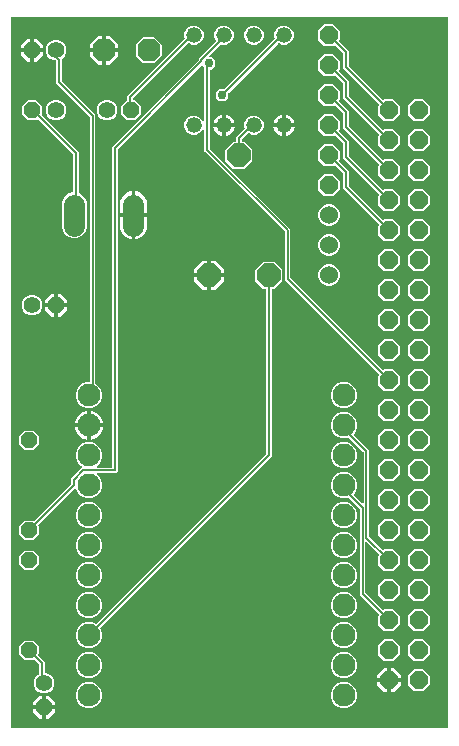
<source format=gbr>
G04 EAGLE Gerber X2 export*
%TF.Part,Single*%
%TF.FileFunction,Copper,L1,Top,Mixed*%
%TF.FilePolarity,Positive*%
%TF.GenerationSoftware,Autodesk,EAGLE,8.6.0*%
%TF.CreationDate,2018-02-06T17:03:27Z*%
G75*
%MOMM*%
%FSLAX34Y34*%
%LPD*%
%AMOC8*
5,1,8,0,0,1.08239X$1,22.5*%
G01*
%ADD10P,2.089446X8X22.500000*%
%ADD11P,1.539592X8X202.500000*%
%ADD12C,1.422400*%
%ADD13P,1.539592X8X22.500000*%
%ADD14P,1.539592X8X292.500000*%
%ADD15P,1.649562X8X292.500000*%
%ADD16C,1.320800*%
%ADD17C,1.930400*%
%ADD18C,1.524000*%
%ADD19P,1.429621X8X112.500000*%
%ADD20P,1.429621X8X292.500000*%
%ADD21P,2.144431X8X22.500000*%
%ADD22P,1.649562X8X22.500000*%
%ADD23C,1.790700*%
%ADD24C,0.152400*%
%ADD25C,0.756400*%

G36*
X366798Y22864D02*
X366798Y22864D01*
X366817Y22862D01*
X366919Y22884D01*
X367021Y22900D01*
X367038Y22910D01*
X367058Y22914D01*
X367147Y22967D01*
X367238Y23016D01*
X367252Y23030D01*
X367269Y23040D01*
X367336Y23119D01*
X367408Y23194D01*
X367416Y23212D01*
X367429Y23227D01*
X367468Y23323D01*
X367511Y23417D01*
X367513Y23437D01*
X367521Y23455D01*
X367539Y23622D01*
X367539Y623978D01*
X367536Y623998D01*
X367538Y624017D01*
X367516Y624119D01*
X367500Y624221D01*
X367490Y624238D01*
X367486Y624258D01*
X367433Y624347D01*
X367384Y624438D01*
X367370Y624452D01*
X367360Y624469D01*
X367281Y624536D01*
X367206Y624608D01*
X367188Y624616D01*
X367173Y624629D01*
X367077Y624668D01*
X366983Y624711D01*
X366963Y624713D01*
X366945Y624721D01*
X366778Y624739D01*
X-1778Y624739D01*
X-1798Y624736D01*
X-1817Y624738D01*
X-1919Y624716D01*
X-2021Y624700D01*
X-2038Y624690D01*
X-2058Y624686D01*
X-2147Y624633D01*
X-2238Y624584D01*
X-2252Y624570D01*
X-2269Y624560D01*
X-2336Y624481D01*
X-2408Y624406D01*
X-2416Y624388D01*
X-2429Y624373D01*
X-2468Y624277D01*
X-2511Y624183D01*
X-2513Y624163D01*
X-2521Y624145D01*
X-2539Y623978D01*
X-2539Y23622D01*
X-2536Y23602D01*
X-2538Y23583D01*
X-2516Y23481D01*
X-2500Y23379D01*
X-2490Y23362D01*
X-2486Y23342D01*
X-2433Y23253D01*
X-2384Y23162D01*
X-2370Y23148D01*
X-2360Y23131D01*
X-2281Y23064D01*
X-2206Y22992D01*
X-2188Y22984D01*
X-2173Y22971D01*
X-2077Y22932D01*
X-1983Y22889D01*
X-1963Y22887D01*
X-1945Y22879D01*
X-1778Y22861D01*
X366778Y22861D01*
X366798Y22864D01*
G37*
%LPC*%
G36*
X9333Y182371D02*
X9333Y182371D01*
X4571Y187133D01*
X4571Y193867D01*
X9333Y198629D01*
X16067Y198629D01*
X16293Y198403D01*
X16309Y198391D01*
X16321Y198376D01*
X16408Y198320D01*
X16492Y198260D01*
X16511Y198254D01*
X16528Y198243D01*
X16629Y198218D01*
X16727Y198187D01*
X16747Y198188D01*
X16767Y198183D01*
X16870Y198191D01*
X16973Y198194D01*
X16992Y198200D01*
X17012Y198202D01*
X17107Y198242D01*
X17204Y198278D01*
X17220Y198291D01*
X17238Y198298D01*
X17369Y198403D01*
X48290Y229324D01*
X48343Y229398D01*
X48403Y229468D01*
X48415Y229498D01*
X48434Y229524D01*
X48461Y229611D01*
X48495Y229696D01*
X48499Y229737D01*
X48506Y229759D01*
X48505Y229791D01*
X48513Y229863D01*
X48513Y234310D01*
X56228Y242024D01*
X57466Y243262D01*
X57493Y243300D01*
X57527Y243331D01*
X57564Y243399D01*
X57610Y243462D01*
X57623Y243506D01*
X57645Y243546D01*
X57659Y243623D01*
X57682Y243697D01*
X57681Y243743D01*
X57689Y243788D01*
X57678Y243865D01*
X57676Y243943D01*
X57660Y243986D01*
X57653Y244032D01*
X57618Y244101D01*
X57591Y244174D01*
X57562Y244210D01*
X57542Y244251D01*
X57486Y244305D01*
X57437Y244366D01*
X57399Y244391D01*
X57366Y244423D01*
X57246Y244489D01*
X57231Y244499D01*
X57226Y244500D01*
X57219Y244504D01*
X57169Y244525D01*
X54025Y247669D01*
X52323Y251777D01*
X52323Y256223D01*
X54025Y260331D01*
X57169Y263475D01*
X61277Y265177D01*
X65723Y265177D01*
X69831Y263475D01*
X72975Y260331D01*
X74677Y256223D01*
X74677Y251777D01*
X72975Y247669D01*
X70193Y244886D01*
X70151Y244828D01*
X70101Y244776D01*
X70079Y244729D01*
X70049Y244687D01*
X70028Y244618D01*
X69998Y244553D01*
X69992Y244501D01*
X69977Y244451D01*
X69979Y244380D01*
X69971Y244309D01*
X69982Y244258D01*
X69983Y244206D01*
X70008Y244138D01*
X70023Y244068D01*
X70050Y244023D01*
X70067Y243975D01*
X70112Y243919D01*
X70149Y243857D01*
X70189Y243823D01*
X70221Y243783D01*
X70281Y243744D01*
X70336Y243697D01*
X70384Y243678D01*
X70428Y243650D01*
X70498Y243632D01*
X70564Y243605D01*
X70635Y243597D01*
X70667Y243589D01*
X70690Y243591D01*
X70731Y243587D01*
X82677Y243587D01*
X82697Y243590D01*
X82716Y243588D01*
X82818Y243610D01*
X82920Y243626D01*
X82937Y243636D01*
X82957Y243640D01*
X83046Y243693D01*
X83137Y243742D01*
X83151Y243756D01*
X83168Y243766D01*
X83235Y243845D01*
X83307Y243920D01*
X83315Y243938D01*
X83328Y243953D01*
X83367Y244049D01*
X83410Y244143D01*
X83412Y244163D01*
X83420Y244181D01*
X83438Y244348D01*
X83438Y515297D01*
X156240Y588099D01*
X156293Y588173D01*
X156353Y588243D01*
X156365Y588273D01*
X156384Y588299D01*
X156411Y588386D01*
X156445Y588471D01*
X156449Y588512D01*
X156456Y588534D01*
X156455Y588566D01*
X156463Y588638D01*
X156463Y589910D01*
X170737Y604183D01*
X170804Y604277D01*
X170875Y604372D01*
X170877Y604378D01*
X170880Y604383D01*
X170914Y604494D01*
X170951Y604606D01*
X170951Y604612D01*
X170953Y604618D01*
X170950Y604735D01*
X170948Y604852D01*
X170946Y604859D01*
X170946Y604864D01*
X170940Y604881D01*
X170902Y605013D01*
X169671Y607983D01*
X169671Y611217D01*
X170909Y614205D01*
X173195Y616491D01*
X176183Y617729D01*
X179417Y617729D01*
X182405Y616491D01*
X184691Y614205D01*
X185929Y611217D01*
X185929Y607983D01*
X184691Y604995D01*
X182405Y602709D01*
X179417Y601471D01*
X176183Y601471D01*
X175458Y601772D01*
X175344Y601798D01*
X175231Y601827D01*
X175224Y601826D01*
X175218Y601828D01*
X175102Y601817D01*
X174985Y601808D01*
X174980Y601805D01*
X174973Y601805D01*
X174866Y601757D01*
X174759Y601712D01*
X174753Y601707D01*
X174749Y601705D01*
X174735Y601692D01*
X174628Y601607D01*
X165415Y592394D01*
X165373Y592336D01*
X165324Y592284D01*
X165302Y592236D01*
X165272Y592194D01*
X165251Y592126D01*
X165220Y592060D01*
X165215Y592009D01*
X165199Y591959D01*
X165201Y591887D01*
X165193Y591816D01*
X165204Y591765D01*
X165206Y591713D01*
X165230Y591646D01*
X165245Y591576D01*
X165272Y591531D01*
X165290Y591482D01*
X165335Y591426D01*
X165372Y591365D01*
X165411Y591331D01*
X165444Y591290D01*
X165504Y591251D01*
X165559Y591205D01*
X165607Y591185D01*
X165651Y591157D01*
X165720Y591140D01*
X165787Y591113D01*
X165858Y591105D01*
X165889Y591097D01*
X165913Y591099D01*
X165953Y591094D01*
X167298Y591094D01*
X170407Y587986D01*
X170407Y583589D01*
X167298Y580481D01*
X166560Y580481D01*
X166541Y580478D01*
X166521Y580480D01*
X166420Y580458D01*
X166318Y580441D01*
X166300Y580432D01*
X166281Y580427D01*
X166192Y580374D01*
X166100Y580326D01*
X166087Y580312D01*
X166070Y580301D01*
X166002Y580223D01*
X165931Y580148D01*
X165923Y580130D01*
X165910Y580114D01*
X165871Y580018D01*
X165827Y579925D01*
X165825Y579905D01*
X165818Y579886D01*
X165799Y579720D01*
X165799Y514025D01*
X165814Y513935D01*
X165821Y513844D01*
X165834Y513814D01*
X165839Y513782D01*
X165882Y513702D01*
X165917Y513618D01*
X165943Y513586D01*
X165954Y513565D01*
X165977Y513543D01*
X166022Y513487D01*
X234062Y445447D01*
X234062Y404487D01*
X234076Y404397D01*
X234084Y404306D01*
X234096Y404277D01*
X234101Y404245D01*
X234144Y404164D01*
X234180Y404080D01*
X234206Y404048D01*
X234217Y404027D01*
X234240Y404005D01*
X234285Y403949D01*
X312112Y326122D01*
X312129Y326110D01*
X312141Y326094D01*
X312228Y326038D01*
X312312Y325978D01*
X312331Y325972D01*
X312348Y325961D01*
X312448Y325936D01*
X312547Y325906D01*
X312567Y325906D01*
X312586Y325901D01*
X312689Y325909D01*
X312793Y325912D01*
X312812Y325919D01*
X312832Y325920D01*
X312927Y325961D01*
X313024Y325996D01*
X313040Y326009D01*
X313058Y326017D01*
X313189Y326122D01*
X313712Y326645D01*
X321288Y326645D01*
X326645Y321288D01*
X326645Y313712D01*
X321288Y308355D01*
X313712Y308355D01*
X308355Y313712D01*
X308355Y321288D01*
X308878Y321811D01*
X308890Y321827D01*
X308906Y321840D01*
X308962Y321927D01*
X309022Y322011D01*
X309028Y322030D01*
X309039Y322047D01*
X309064Y322147D01*
X309094Y322246D01*
X309094Y322266D01*
X309099Y322285D01*
X309091Y322388D01*
X309088Y322492D01*
X309081Y322511D01*
X309080Y322530D01*
X309039Y322625D01*
X309004Y322723D01*
X308991Y322738D01*
X308983Y322757D01*
X308878Y322888D01*
X231051Y400715D01*
X229488Y402278D01*
X229488Y443237D01*
X229474Y443328D01*
X229466Y443418D01*
X229454Y443448D01*
X229449Y443480D01*
X229406Y443561D01*
X229370Y443645D01*
X229344Y443677D01*
X229333Y443698D01*
X229310Y443720D01*
X229265Y443776D01*
X161226Y511815D01*
X161226Y529639D01*
X161210Y529735D01*
X161201Y529832D01*
X161190Y529856D01*
X161186Y529882D01*
X161141Y529967D01*
X161101Y530057D01*
X161083Y530076D01*
X161071Y530099D01*
X161000Y530166D01*
X160934Y530238D01*
X160912Y530250D01*
X160893Y530268D01*
X160804Y530309D01*
X160719Y530356D01*
X160693Y530361D01*
X160670Y530372D01*
X160573Y530383D01*
X160477Y530400D01*
X160451Y530396D01*
X160425Y530399D01*
X160330Y530378D01*
X160234Y530364D01*
X160210Y530352D01*
X160185Y530347D01*
X160101Y530297D01*
X160014Y530253D01*
X159996Y530234D01*
X159974Y530221D01*
X159910Y530147D01*
X159842Y530077D01*
X159826Y530049D01*
X159814Y530034D01*
X159801Y530003D01*
X159761Y529930D01*
X159291Y528795D01*
X157005Y526509D01*
X154017Y525271D01*
X150783Y525271D01*
X147795Y526509D01*
X145509Y528795D01*
X144271Y531783D01*
X144271Y535017D01*
X145509Y538005D01*
X147795Y540291D01*
X150783Y541529D01*
X154017Y541529D01*
X157005Y540291D01*
X159291Y538005D01*
X159761Y536870D01*
X159813Y536787D01*
X159858Y536701D01*
X159877Y536683D01*
X159891Y536661D01*
X159966Y536599D01*
X160036Y536532D01*
X160060Y536521D01*
X160080Y536504D01*
X160171Y536469D01*
X160260Y536428D01*
X160285Y536425D01*
X160310Y536416D01*
X160407Y536412D01*
X160504Y536401D01*
X160529Y536406D01*
X160556Y536405D01*
X160649Y536432D01*
X160744Y536453D01*
X160767Y536467D01*
X160792Y536474D01*
X160872Y536529D01*
X160955Y536579D01*
X160972Y536599D01*
X160994Y536614D01*
X161052Y536692D01*
X161115Y536766D01*
X161125Y536791D01*
X161141Y536811D01*
X161171Y536904D01*
X161207Y536994D01*
X161211Y537027D01*
X161217Y537045D01*
X161217Y537078D01*
X161226Y537161D01*
X161226Y581842D01*
X161211Y581932D01*
X161204Y582023D01*
X161191Y582052D01*
X161186Y582084D01*
X161143Y582165D01*
X161108Y582249D01*
X161082Y582281D01*
X161071Y582302D01*
X161048Y582324D01*
X161003Y582380D01*
X159714Y583668D01*
X159695Y583720D01*
X159663Y583761D01*
X159638Y583807D01*
X159586Y583856D01*
X159542Y583912D01*
X159498Y583940D01*
X159460Y583976D01*
X159395Y584006D01*
X159335Y584045D01*
X159284Y584058D01*
X159237Y584080D01*
X159166Y584088D01*
X159096Y584105D01*
X159044Y584101D01*
X158993Y584107D01*
X158922Y584092D01*
X158851Y584086D01*
X158803Y584066D01*
X158752Y584055D01*
X158691Y584018D01*
X158625Y583990D01*
X158569Y583945D01*
X158541Y583928D01*
X158526Y583911D01*
X158494Y583885D01*
X88235Y513626D01*
X88190Y513564D01*
X88162Y513534D01*
X88156Y513522D01*
X88122Y513482D01*
X88110Y513452D01*
X88091Y513426D01*
X88064Y513339D01*
X88030Y513254D01*
X88026Y513213D01*
X88019Y513191D01*
X88020Y513159D01*
X88012Y513087D01*
X88012Y240353D01*
X86672Y239013D01*
X70731Y239013D01*
X70660Y239002D01*
X70588Y239000D01*
X70539Y238982D01*
X70488Y238974D01*
X70425Y238940D01*
X70357Y238915D01*
X70317Y238883D01*
X70271Y238858D01*
X70221Y238806D01*
X70165Y238762D01*
X70137Y238718D01*
X70101Y238680D01*
X70071Y238615D01*
X70032Y238555D01*
X70020Y238504D01*
X69998Y238457D01*
X69990Y238386D01*
X69972Y238316D01*
X69976Y238264D01*
X69971Y238213D01*
X69986Y238142D01*
X69991Y238071D01*
X70012Y238023D01*
X70023Y237972D01*
X70060Y237911D01*
X70088Y237845D01*
X70133Y237789D01*
X70149Y237761D01*
X70167Y237746D01*
X70193Y237714D01*
X72975Y234931D01*
X74677Y230823D01*
X74677Y226377D01*
X72975Y222269D01*
X69831Y219125D01*
X65723Y217423D01*
X61277Y217423D01*
X57169Y219125D01*
X54025Y222269D01*
X52609Y225687D01*
X52585Y225726D01*
X52569Y225769D01*
X52520Y225830D01*
X52480Y225896D01*
X52444Y225925D01*
X52415Y225961D01*
X52350Y226003D01*
X52290Y226053D01*
X52247Y226069D01*
X52209Y226094D01*
X52133Y226113D01*
X52060Y226141D01*
X52015Y226143D01*
X51970Y226154D01*
X51893Y226148D01*
X51815Y226151D01*
X51771Y226138D01*
X51725Y226135D01*
X51653Y226104D01*
X51578Y226083D01*
X51541Y226056D01*
X51499Y226038D01*
X51392Y225953D01*
X51376Y225942D01*
X51373Y225938D01*
X51368Y225934D01*
X20603Y195169D01*
X20591Y195153D01*
X20576Y195141D01*
X20520Y195053D01*
X20460Y194969D01*
X20454Y194950D01*
X20443Y194934D01*
X20418Y194833D01*
X20387Y194734D01*
X20388Y194714D01*
X20383Y194695D01*
X20391Y194592D01*
X20394Y194488D01*
X20400Y194470D01*
X20402Y194450D01*
X20442Y194355D01*
X20478Y194257D01*
X20491Y194242D01*
X20498Y194224D01*
X20603Y194093D01*
X20829Y193867D01*
X20829Y187133D01*
X16067Y182371D01*
X9333Y182371D01*
G37*
%LPD*%
%LPC*%
G36*
X61277Y90423D02*
X61277Y90423D01*
X57169Y92125D01*
X54025Y95269D01*
X52323Y99377D01*
X52323Y103823D01*
X54025Y107931D01*
X57169Y111075D01*
X61277Y112777D01*
X65723Y112777D01*
X69298Y111296D01*
X69411Y111270D01*
X69525Y111241D01*
X69531Y111241D01*
X69537Y111240D01*
X69654Y111251D01*
X69770Y111260D01*
X69776Y111262D01*
X69782Y111263D01*
X69890Y111311D01*
X69996Y111356D01*
X70002Y111361D01*
X70007Y111363D01*
X70021Y111376D01*
X70127Y111461D01*
X213390Y254724D01*
X213443Y254798D01*
X213503Y254868D01*
X213515Y254898D01*
X213534Y254924D01*
X213561Y255011D01*
X213595Y255096D01*
X213599Y255137D01*
X213606Y255159D01*
X213605Y255191D01*
X213613Y255263D01*
X213613Y394208D01*
X213610Y394228D01*
X213612Y394247D01*
X213590Y394349D01*
X213574Y394451D01*
X213564Y394468D01*
X213560Y394488D01*
X213507Y394577D01*
X213458Y394668D01*
X213444Y394682D01*
X213434Y394699D01*
X213355Y394766D01*
X213280Y394838D01*
X213262Y394846D01*
X213247Y394859D01*
X213151Y394898D01*
X213057Y394941D01*
X213037Y394943D01*
X213019Y394951D01*
X212852Y394969D01*
X211165Y394969D01*
X204469Y401665D01*
X204469Y411135D01*
X211165Y417831D01*
X220635Y417831D01*
X227331Y411135D01*
X227331Y401665D01*
X220635Y394969D01*
X218948Y394969D01*
X218928Y394966D01*
X218909Y394968D01*
X218807Y394946D01*
X218705Y394930D01*
X218688Y394920D01*
X218668Y394916D01*
X218579Y394863D01*
X218488Y394814D01*
X218474Y394800D01*
X218457Y394790D01*
X218390Y394711D01*
X218318Y394636D01*
X218310Y394618D01*
X218297Y394603D01*
X218258Y394507D01*
X218215Y394413D01*
X218213Y394393D01*
X218205Y394375D01*
X218187Y394208D01*
X218187Y253053D01*
X216624Y251490D01*
X73361Y108227D01*
X73294Y108133D01*
X73223Y108039D01*
X73221Y108033D01*
X73218Y108028D01*
X73184Y107917D01*
X73147Y107805D01*
X73147Y107798D01*
X73145Y107792D01*
X73148Y107676D01*
X73149Y107559D01*
X73152Y107552D01*
X73152Y107547D01*
X73158Y107529D01*
X73196Y107398D01*
X74677Y103823D01*
X74677Y99377D01*
X72975Y95269D01*
X69831Y92125D01*
X65723Y90423D01*
X61277Y90423D01*
G37*
%LPD*%
%LPC*%
G36*
X313712Y105155D02*
X313712Y105155D01*
X308355Y110512D01*
X308355Y118088D01*
X308878Y118611D01*
X308890Y118627D01*
X308906Y118640D01*
X308962Y118727D01*
X309022Y118811D01*
X309028Y118830D01*
X309039Y118847D01*
X309064Y118947D01*
X309094Y119046D01*
X309094Y119066D01*
X309099Y119085D01*
X309091Y119188D01*
X309088Y119292D01*
X309081Y119311D01*
X309080Y119330D01*
X309039Y119425D01*
X309004Y119523D01*
X308991Y119538D01*
X308983Y119557D01*
X308878Y119688D01*
X294551Y134015D01*
X292988Y135578D01*
X292988Y208287D01*
X292974Y208378D01*
X292966Y208468D01*
X292954Y208498D01*
X292949Y208530D01*
X292906Y208611D01*
X292870Y208695D01*
X292844Y208727D01*
X292833Y208748D01*
X292810Y208770D01*
X292765Y208826D01*
X283782Y217809D01*
X283688Y217876D01*
X283594Y217947D01*
X283587Y217949D01*
X283582Y217952D01*
X283472Y217987D01*
X283360Y218023D01*
X283353Y218023D01*
X283347Y218025D01*
X283231Y218022D01*
X283114Y218021D01*
X283106Y218019D01*
X283101Y218018D01*
X283084Y218012D01*
X282953Y217974D01*
X281623Y217423D01*
X277177Y217423D01*
X273069Y219125D01*
X269925Y222269D01*
X268223Y226377D01*
X268223Y230823D01*
X269925Y234931D01*
X273069Y238075D01*
X277177Y239777D01*
X281623Y239777D01*
X285731Y238075D01*
X288875Y234931D01*
X290577Y230823D01*
X290577Y226377D01*
X288875Y222269D01*
X287871Y221265D01*
X287859Y221248D01*
X287844Y221236D01*
X287788Y221149D01*
X287727Y221065D01*
X287722Y221046D01*
X287711Y221029D01*
X287685Y220929D01*
X287655Y220830D01*
X287656Y220810D01*
X287651Y220791D01*
X287659Y220688D01*
X287661Y220584D01*
X287668Y220565D01*
X287670Y220545D01*
X287710Y220450D01*
X287746Y220353D01*
X287758Y220337D01*
X287766Y220319D01*
X287871Y220188D01*
X294864Y213195D01*
X294922Y213153D01*
X294974Y213104D01*
X295021Y213082D01*
X295063Y213052D01*
X295132Y213031D01*
X295197Y213000D01*
X295249Y212995D01*
X295299Y212979D01*
X295370Y212981D01*
X295441Y212973D01*
X295492Y212984D01*
X295544Y212986D01*
X295612Y213010D01*
X295682Y213025D01*
X295727Y213052D01*
X295775Y213070D01*
X295831Y213115D01*
X295893Y213152D01*
X295927Y213191D01*
X295967Y213224D01*
X296006Y213284D01*
X296053Y213339D01*
X296072Y213387D01*
X296100Y213431D01*
X296118Y213500D01*
X296145Y213567D01*
X296153Y213638D01*
X296161Y213669D01*
X296159Y213693D01*
X296163Y213733D01*
X296163Y255912D01*
X296149Y256003D01*
X296141Y256093D01*
X296129Y256123D01*
X296124Y256155D01*
X296081Y256236D01*
X296045Y256320D01*
X296019Y256352D01*
X296008Y256373D01*
X295985Y256395D01*
X295940Y256451D01*
X283782Y268609D01*
X283688Y268676D01*
X283594Y268747D01*
X283587Y268749D01*
X283582Y268752D01*
X283472Y268787D01*
X283360Y268823D01*
X283353Y268823D01*
X283347Y268825D01*
X283231Y268822D01*
X283114Y268821D01*
X283106Y268819D01*
X283101Y268818D01*
X283084Y268812D01*
X282953Y268774D01*
X281623Y268223D01*
X277177Y268223D01*
X273069Y269925D01*
X269925Y273069D01*
X268223Y277177D01*
X268223Y281623D01*
X269925Y285731D01*
X273069Y288875D01*
X277177Y290577D01*
X281623Y290577D01*
X285731Y288875D01*
X288875Y285731D01*
X290577Y281623D01*
X290577Y277177D01*
X288875Y273069D01*
X287871Y272065D01*
X287859Y272048D01*
X287844Y272036D01*
X287788Y271949D01*
X287727Y271865D01*
X287722Y271846D01*
X287711Y271829D01*
X287685Y271729D01*
X287655Y271630D01*
X287656Y271610D01*
X287651Y271591D01*
X287659Y271488D01*
X287661Y271384D01*
X287668Y271365D01*
X287670Y271345D01*
X287710Y271250D01*
X287746Y271153D01*
X287758Y271137D01*
X287766Y271119D01*
X287871Y270988D01*
X300737Y258122D01*
X300737Y185413D01*
X300751Y185322D01*
X300759Y185232D01*
X300771Y185202D01*
X300776Y185170D01*
X300819Y185089D01*
X300855Y185005D01*
X300881Y184973D01*
X300892Y184952D01*
X300915Y184930D01*
X300960Y184874D01*
X312112Y173722D01*
X312129Y173710D01*
X312141Y173694D01*
X312228Y173638D01*
X312312Y173578D01*
X312331Y173572D01*
X312348Y173561D01*
X312448Y173536D01*
X312547Y173506D01*
X312567Y173506D01*
X312586Y173501D01*
X312689Y173509D01*
X312793Y173512D01*
X312812Y173519D01*
X312832Y173520D01*
X312927Y173561D01*
X313024Y173596D01*
X313040Y173609D01*
X313058Y173617D01*
X313189Y173722D01*
X313712Y174245D01*
X321288Y174245D01*
X326645Y168888D01*
X326645Y161312D01*
X321288Y155955D01*
X313712Y155955D01*
X308355Y161312D01*
X308355Y168888D01*
X308878Y169411D01*
X308890Y169427D01*
X308906Y169440D01*
X308962Y169527D01*
X309022Y169611D01*
X309028Y169630D01*
X309039Y169647D01*
X309064Y169747D01*
X309094Y169846D01*
X309094Y169866D01*
X309099Y169885D01*
X309091Y169988D01*
X309088Y170092D01*
X309081Y170111D01*
X309080Y170130D01*
X309039Y170225D01*
X309004Y170323D01*
X308991Y170338D01*
X308983Y170357D01*
X308878Y170488D01*
X298861Y180505D01*
X298803Y180547D01*
X298751Y180596D01*
X298704Y180618D01*
X298662Y180648D01*
X298593Y180669D01*
X298528Y180700D01*
X298476Y180705D01*
X298426Y180721D01*
X298355Y180719D01*
X298284Y180727D01*
X298233Y180716D01*
X298181Y180714D01*
X298113Y180690D01*
X298043Y180675D01*
X297999Y180648D01*
X297950Y180630D01*
X297894Y180585D01*
X297832Y180548D01*
X297798Y180509D01*
X297758Y180476D01*
X297719Y180416D01*
X297672Y180361D01*
X297653Y180313D01*
X297625Y180269D01*
X297607Y180200D01*
X297580Y180133D01*
X297572Y180062D01*
X297564Y180031D01*
X297566Y180007D01*
X297562Y179967D01*
X297562Y137788D01*
X297564Y137777D01*
X297563Y137770D01*
X297570Y137736D01*
X297576Y137697D01*
X297584Y137607D01*
X297596Y137577D01*
X297601Y137545D01*
X297644Y137464D01*
X297680Y137380D01*
X297706Y137348D01*
X297717Y137327D01*
X297740Y137305D01*
X297785Y137249D01*
X312112Y122922D01*
X312129Y122910D01*
X312141Y122894D01*
X312228Y122838D01*
X312312Y122778D01*
X312331Y122772D01*
X312348Y122761D01*
X312448Y122736D01*
X312547Y122706D01*
X312567Y122706D01*
X312586Y122701D01*
X312689Y122709D01*
X312793Y122712D01*
X312812Y122719D01*
X312832Y122720D01*
X312927Y122761D01*
X313024Y122796D01*
X313040Y122809D01*
X313058Y122817D01*
X313189Y122922D01*
X313712Y123445D01*
X321288Y123445D01*
X326645Y118088D01*
X326645Y110512D01*
X321288Y105155D01*
X313712Y105155D01*
G37*
%LPD*%
%LPC*%
G36*
X61277Y293623D02*
X61277Y293623D01*
X57169Y295325D01*
X54025Y298469D01*
X52323Y302577D01*
X52323Y307023D01*
X54025Y311131D01*
X57169Y314275D01*
X61277Y315977D01*
X63627Y315977D01*
X63647Y315980D01*
X63666Y315978D01*
X63768Y316000D01*
X63870Y316016D01*
X63887Y316026D01*
X63907Y316030D01*
X63996Y316083D01*
X64087Y316132D01*
X64101Y316146D01*
X64118Y316156D01*
X64185Y316235D01*
X64257Y316310D01*
X64265Y316328D01*
X64278Y316343D01*
X64317Y316439D01*
X64360Y316533D01*
X64362Y316553D01*
X64370Y316571D01*
X64388Y316738D01*
X64388Y540075D01*
X64374Y540165D01*
X64366Y540256D01*
X64354Y540286D01*
X64349Y540318D01*
X64306Y540398D01*
X64270Y540482D01*
X64244Y540514D01*
X64233Y540535D01*
X64210Y540557D01*
X64165Y540613D01*
X35813Y568965D01*
X35813Y587502D01*
X35810Y587522D01*
X35812Y587541D01*
X35790Y587643D01*
X35774Y587745D01*
X35764Y587762D01*
X35760Y587782D01*
X35707Y587871D01*
X35658Y587962D01*
X35644Y587976D01*
X35634Y587993D01*
X35555Y588060D01*
X35480Y588132D01*
X35462Y588140D01*
X35447Y588153D01*
X35351Y588192D01*
X35257Y588235D01*
X35237Y588237D01*
X35219Y588245D01*
X35052Y588263D01*
X33842Y588263D01*
X30668Y589578D01*
X28238Y592008D01*
X26923Y595182D01*
X26923Y598618D01*
X28238Y601792D01*
X30668Y604222D01*
X33842Y605537D01*
X37278Y605537D01*
X40452Y604222D01*
X42882Y601792D01*
X44197Y598618D01*
X44197Y595182D01*
X42882Y592008D01*
X40610Y589735D01*
X40563Y589670D01*
X40552Y589659D01*
X40549Y589653D01*
X40497Y589592D01*
X40485Y589562D01*
X40466Y589536D01*
X40439Y589449D01*
X40405Y589364D01*
X40401Y589323D01*
X40394Y589301D01*
X40395Y589268D01*
X40387Y589197D01*
X40387Y571175D01*
X40401Y571085D01*
X40409Y570994D01*
X40421Y570964D01*
X40426Y570932D01*
X40469Y570852D01*
X40505Y570768D01*
X40531Y570736D01*
X40542Y570715D01*
X40565Y570693D01*
X40610Y570637D01*
X68962Y542285D01*
X68962Y315144D01*
X68981Y315029D01*
X68998Y314913D01*
X69000Y314907D01*
X69001Y314901D01*
X69056Y314799D01*
X69109Y314694D01*
X69114Y314689D01*
X69117Y314684D01*
X69201Y314604D01*
X69285Y314522D01*
X69291Y314518D01*
X69295Y314514D01*
X69312Y314507D01*
X69432Y314441D01*
X69831Y314275D01*
X72975Y311131D01*
X74677Y307023D01*
X74677Y302577D01*
X72975Y298469D01*
X69831Y295325D01*
X65723Y293623D01*
X61277Y293623D01*
G37*
%LPD*%
%LPC*%
G36*
X49116Y437768D02*
X49116Y437768D01*
X45265Y439363D01*
X42317Y442311D01*
X40722Y446162D01*
X40722Y468238D01*
X42317Y472089D01*
X45265Y475037D01*
X49116Y476632D01*
X49340Y476632D01*
X49359Y476635D01*
X49379Y476633D01*
X49480Y476655D01*
X49582Y476671D01*
X49600Y476681D01*
X49619Y476685D01*
X49708Y476738D01*
X49800Y476787D01*
X49813Y476801D01*
X49830Y476811D01*
X49898Y476890D01*
X49969Y476965D01*
X49977Y476983D01*
X49990Y476998D01*
X50029Y477094D01*
X50073Y477188D01*
X50075Y477208D01*
X50082Y477226D01*
X50101Y477393D01*
X50101Y508325D01*
X50086Y508415D01*
X50079Y508506D01*
X50066Y508536D01*
X50061Y508568D01*
X50018Y508648D01*
X49983Y508732D01*
X49957Y508764D01*
X49946Y508785D01*
X49923Y508807D01*
X49878Y508863D01*
X20586Y538155D01*
X20570Y538167D01*
X20557Y538182D01*
X20470Y538238D01*
X20386Y538299D01*
X20367Y538305D01*
X20350Y538315D01*
X20250Y538341D01*
X20151Y538371D01*
X20131Y538371D01*
X20112Y538375D01*
X20009Y538367D01*
X19905Y538365D01*
X19886Y538358D01*
X19867Y538356D01*
X19772Y538316D01*
X19674Y538280D01*
X19659Y538268D01*
X19640Y538260D01*
X19509Y538155D01*
X18817Y537463D01*
X11663Y537463D01*
X6603Y542523D01*
X6603Y549677D01*
X11663Y554737D01*
X18817Y554737D01*
X23877Y549677D01*
X23877Y542523D01*
X23820Y542466D01*
X23808Y542450D01*
X23793Y542437D01*
X23737Y542350D01*
X23676Y542266D01*
X23670Y542247D01*
X23660Y542230D01*
X23634Y542130D01*
X23604Y542031D01*
X23604Y542011D01*
X23600Y541992D01*
X23608Y541889D01*
X23610Y541785D01*
X23617Y541766D01*
X23619Y541746D01*
X23659Y541651D01*
X23695Y541554D01*
X23707Y541538D01*
X23715Y541520D01*
X23820Y541389D01*
X54674Y510535D01*
X54674Y476565D01*
X54677Y476545D01*
X54675Y476526D01*
X54695Y476433D01*
X54710Y476334D01*
X54713Y476328D01*
X54714Y476322D01*
X54724Y476304D01*
X54728Y476286D01*
X54774Y476209D01*
X54822Y476114D01*
X54826Y476110D01*
X54829Y476105D01*
X54845Y476089D01*
X54854Y476075D01*
X54919Y476019D01*
X54997Y475942D01*
X55004Y475939D01*
X55007Y475935D01*
X55024Y475927D01*
X55029Y475924D01*
X55041Y475915D01*
X55064Y475906D01*
X55144Y475861D01*
X57135Y475037D01*
X60083Y472089D01*
X61678Y468238D01*
X61678Y446162D01*
X60083Y442311D01*
X57135Y439363D01*
X53284Y437768D01*
X49116Y437768D01*
G37*
%LPD*%
%LPC*%
G36*
X313712Y460755D02*
X313712Y460755D01*
X308355Y466112D01*
X308355Y473688D01*
X308878Y474211D01*
X308890Y474227D01*
X308906Y474240D01*
X308962Y474327D01*
X309022Y474411D01*
X309028Y474430D01*
X309039Y474447D01*
X309064Y474547D01*
X309094Y474646D01*
X309094Y474666D01*
X309099Y474685D01*
X309091Y474788D01*
X309088Y474892D01*
X309081Y474911D01*
X309080Y474930D01*
X309039Y475025D01*
X309004Y475123D01*
X308991Y475138D01*
X308983Y475157D01*
X308878Y475288D01*
X280263Y503903D01*
X278701Y505465D01*
X278701Y517850D01*
X278686Y517940D01*
X278679Y518031D01*
X278666Y518061D01*
X278661Y518093D01*
X278618Y518173D01*
X278583Y518257D01*
X278557Y518289D01*
X278546Y518310D01*
X278523Y518332D01*
X278478Y518388D01*
X272088Y524778D01*
X272071Y524790D01*
X272059Y524806D01*
X271972Y524862D01*
X271888Y524922D01*
X271869Y524928D01*
X271852Y524939D01*
X271752Y524964D01*
X271653Y524994D01*
X271633Y524994D01*
X271614Y524999D01*
X271511Y524991D01*
X271407Y524988D01*
X271388Y524981D01*
X271368Y524980D01*
X271273Y524939D01*
X271176Y524904D01*
X271160Y524891D01*
X271142Y524883D01*
X271011Y524778D01*
X270488Y524255D01*
X262912Y524255D01*
X257555Y529612D01*
X257555Y537188D01*
X262912Y542545D01*
X270488Y542545D01*
X275845Y537188D01*
X275845Y529612D01*
X275322Y529089D01*
X275310Y529073D01*
X275294Y529060D01*
X275238Y528973D01*
X275178Y528889D01*
X275172Y528870D01*
X275161Y528853D01*
X275136Y528753D01*
X275106Y528654D01*
X275106Y528634D01*
X275101Y528615D01*
X275109Y528512D01*
X275112Y528408D01*
X275119Y528389D01*
X275120Y528370D01*
X275161Y528275D01*
X275196Y528177D01*
X275209Y528162D01*
X275217Y528143D01*
X275322Y528012D01*
X283274Y520060D01*
X283274Y507675D01*
X283289Y507585D01*
X283296Y507494D01*
X283309Y507464D01*
X283314Y507432D01*
X283357Y507352D01*
X283392Y507268D01*
X283418Y507236D01*
X283429Y507215D01*
X283452Y507193D01*
X283497Y507137D01*
X312112Y478522D01*
X312129Y478510D01*
X312141Y478494D01*
X312228Y478438D01*
X312312Y478378D01*
X312331Y478372D01*
X312348Y478361D01*
X312448Y478336D01*
X312547Y478306D01*
X312567Y478306D01*
X312586Y478301D01*
X312689Y478309D01*
X312793Y478312D01*
X312812Y478319D01*
X312832Y478320D01*
X312927Y478361D01*
X313024Y478396D01*
X313040Y478409D01*
X313058Y478417D01*
X313189Y478522D01*
X313712Y479045D01*
X321288Y479045D01*
X326645Y473688D01*
X326645Y466112D01*
X321288Y460755D01*
X313712Y460755D01*
G37*
%LPD*%
%LPC*%
G36*
X313712Y435355D02*
X313712Y435355D01*
X308355Y440712D01*
X308355Y448288D01*
X308878Y448811D01*
X308890Y448827D01*
X308906Y448840D01*
X308962Y448927D01*
X309022Y449011D01*
X309028Y449030D01*
X309039Y449047D01*
X309064Y449147D01*
X309094Y449246D01*
X309094Y449266D01*
X309099Y449285D01*
X309091Y449388D01*
X309088Y449492D01*
X309081Y449511D01*
X309080Y449530D01*
X309039Y449625D01*
X309004Y449723D01*
X308991Y449738D01*
X308983Y449757D01*
X308878Y449888D01*
X280263Y478503D01*
X278701Y480065D01*
X278701Y492450D01*
X278686Y492540D01*
X278679Y492631D01*
X278666Y492661D01*
X278661Y492693D01*
X278618Y492773D01*
X278583Y492857D01*
X278557Y492889D01*
X278546Y492910D01*
X278523Y492932D01*
X278478Y492988D01*
X272088Y499378D01*
X272071Y499390D01*
X272059Y499406D01*
X271972Y499462D01*
X271888Y499522D01*
X271869Y499528D01*
X271852Y499539D01*
X271752Y499564D01*
X271653Y499594D01*
X271633Y499594D01*
X271614Y499599D01*
X271511Y499591D01*
X271407Y499588D01*
X271388Y499581D01*
X271368Y499580D01*
X271273Y499539D01*
X271176Y499504D01*
X271160Y499491D01*
X271142Y499483D01*
X271011Y499378D01*
X270488Y498855D01*
X262912Y498855D01*
X257555Y504212D01*
X257555Y511788D01*
X262912Y517145D01*
X270488Y517145D01*
X275845Y511788D01*
X275845Y504212D01*
X275322Y503689D01*
X275310Y503673D01*
X275294Y503660D01*
X275238Y503573D01*
X275178Y503489D01*
X275172Y503470D01*
X275161Y503453D01*
X275136Y503353D01*
X275106Y503254D01*
X275106Y503234D01*
X275101Y503215D01*
X275109Y503112D01*
X275112Y503008D01*
X275119Y502989D01*
X275120Y502970D01*
X275161Y502875D01*
X275196Y502777D01*
X275209Y502762D01*
X275217Y502743D01*
X275322Y502612D01*
X283274Y494660D01*
X283274Y482275D01*
X283289Y482185D01*
X283296Y482094D01*
X283309Y482064D01*
X283314Y482032D01*
X283357Y481952D01*
X283392Y481868D01*
X283418Y481836D01*
X283429Y481815D01*
X283452Y481793D01*
X283497Y481737D01*
X312112Y453122D01*
X312129Y453110D01*
X312141Y453094D01*
X312228Y453038D01*
X312312Y452978D01*
X312331Y452972D01*
X312348Y452961D01*
X312448Y452936D01*
X312547Y452906D01*
X312567Y452906D01*
X312586Y452901D01*
X312689Y452909D01*
X312793Y452912D01*
X312812Y452919D01*
X312832Y452920D01*
X312927Y452961D01*
X313024Y452996D01*
X313040Y453009D01*
X313058Y453017D01*
X313189Y453122D01*
X313712Y453645D01*
X321288Y453645D01*
X326645Y448288D01*
X326645Y440712D01*
X321288Y435355D01*
X313712Y435355D01*
G37*
%LPD*%
%LPC*%
G36*
X313712Y536955D02*
X313712Y536955D01*
X308355Y542312D01*
X308355Y549888D01*
X308878Y550411D01*
X308890Y550427D01*
X308906Y550440D01*
X308962Y550527D01*
X309022Y550611D01*
X309028Y550630D01*
X309039Y550647D01*
X309064Y550747D01*
X309094Y550846D01*
X309094Y550866D01*
X309099Y550885D01*
X309091Y550988D01*
X309088Y551092D01*
X309081Y551111D01*
X309080Y551130D01*
X309039Y551225D01*
X309004Y551323D01*
X308991Y551338D01*
X308983Y551357D01*
X308878Y551488D01*
X280263Y580103D01*
X278701Y581665D01*
X278701Y594050D01*
X278686Y594140D01*
X278679Y594231D01*
X278666Y594261D01*
X278661Y594293D01*
X278618Y594373D01*
X278583Y594457D01*
X278557Y594489D01*
X278546Y594510D01*
X278523Y594532D01*
X278478Y594588D01*
X272088Y600978D01*
X272071Y600990D01*
X272059Y601006D01*
X271972Y601062D01*
X271888Y601122D01*
X271869Y601128D01*
X271852Y601139D01*
X271752Y601164D01*
X271653Y601194D01*
X271633Y601194D01*
X271614Y601199D01*
X271511Y601191D01*
X271407Y601188D01*
X271388Y601181D01*
X271368Y601180D01*
X271273Y601139D01*
X271176Y601104D01*
X271160Y601091D01*
X271142Y601083D01*
X271011Y600978D01*
X270488Y600455D01*
X262912Y600455D01*
X257555Y605812D01*
X257555Y613388D01*
X262912Y618745D01*
X270488Y618745D01*
X275845Y613388D01*
X275845Y605812D01*
X275322Y605289D01*
X275310Y605273D01*
X275294Y605260D01*
X275238Y605173D01*
X275178Y605089D01*
X275172Y605070D01*
X275161Y605053D01*
X275136Y604953D01*
X275106Y604854D01*
X275106Y604834D01*
X275101Y604815D01*
X275109Y604712D01*
X275112Y604608D01*
X275119Y604589D01*
X275120Y604570D01*
X275161Y604475D01*
X275196Y604377D01*
X275209Y604362D01*
X275217Y604343D01*
X275322Y604212D01*
X283274Y596260D01*
X283274Y583875D01*
X283276Y583866D01*
X283275Y583863D01*
X283279Y583844D01*
X283289Y583785D01*
X283296Y583694D01*
X283309Y583664D01*
X283314Y583632D01*
X283357Y583552D01*
X283392Y583468D01*
X283418Y583436D01*
X283429Y583415D01*
X283452Y583393D01*
X283497Y583337D01*
X312112Y554722D01*
X312129Y554710D01*
X312141Y554694D01*
X312228Y554638D01*
X312312Y554578D01*
X312331Y554572D01*
X312348Y554561D01*
X312448Y554536D01*
X312547Y554506D01*
X312567Y554506D01*
X312586Y554501D01*
X312689Y554509D01*
X312793Y554512D01*
X312812Y554519D01*
X312832Y554520D01*
X312927Y554561D01*
X313024Y554596D01*
X313040Y554609D01*
X313058Y554617D01*
X313189Y554722D01*
X313712Y555245D01*
X321288Y555245D01*
X326645Y549888D01*
X326645Y542312D01*
X321288Y536955D01*
X313712Y536955D01*
G37*
%LPD*%
%LPC*%
G36*
X313712Y511555D02*
X313712Y511555D01*
X308355Y516912D01*
X308355Y524488D01*
X308878Y525011D01*
X308890Y525027D01*
X308906Y525040D01*
X308962Y525127D01*
X309022Y525211D01*
X309028Y525230D01*
X309039Y525247D01*
X309064Y525347D01*
X309094Y525446D01*
X309094Y525466D01*
X309099Y525485D01*
X309091Y525588D01*
X309088Y525692D01*
X309081Y525711D01*
X309080Y525730D01*
X309039Y525825D01*
X309004Y525923D01*
X308991Y525938D01*
X308983Y525957D01*
X308878Y526088D01*
X280263Y554703D01*
X278701Y556265D01*
X278701Y568650D01*
X278686Y568740D01*
X278679Y568831D01*
X278666Y568861D01*
X278661Y568893D01*
X278618Y568973D01*
X278583Y569057D01*
X278557Y569089D01*
X278546Y569110D01*
X278523Y569132D01*
X278495Y569167D01*
X278494Y569168D01*
X278494Y569169D01*
X278478Y569188D01*
X272088Y575578D01*
X272071Y575590D01*
X272059Y575606D01*
X271972Y575662D01*
X271888Y575722D01*
X271869Y575728D01*
X271852Y575739D01*
X271752Y575764D01*
X271653Y575794D01*
X271633Y575794D01*
X271614Y575799D01*
X271511Y575791D01*
X271407Y575788D01*
X271388Y575781D01*
X271368Y575780D01*
X271273Y575739D01*
X271176Y575704D01*
X271160Y575691D01*
X271142Y575683D01*
X271011Y575578D01*
X270488Y575055D01*
X262912Y575055D01*
X257555Y580412D01*
X257555Y587988D01*
X262912Y593345D01*
X270488Y593345D01*
X275845Y587988D01*
X275845Y580412D01*
X275322Y579889D01*
X275310Y579873D01*
X275294Y579860D01*
X275238Y579773D01*
X275178Y579689D01*
X275172Y579670D01*
X275161Y579653D01*
X275136Y579553D01*
X275106Y579454D01*
X275106Y579434D01*
X275101Y579415D01*
X275109Y579312D01*
X275112Y579208D01*
X275119Y579189D01*
X275120Y579170D01*
X275161Y579075D01*
X275168Y579055D01*
X275168Y579054D01*
X275196Y578977D01*
X275209Y578962D01*
X275217Y578943D01*
X275287Y578855D01*
X275294Y578844D01*
X275302Y578837D01*
X275322Y578812D01*
X283274Y570860D01*
X283274Y558475D01*
X283289Y558385D01*
X283296Y558294D01*
X283309Y558264D01*
X283314Y558232D01*
X283357Y558152D01*
X283392Y558068D01*
X283418Y558036D01*
X283429Y558015D01*
X283452Y557993D01*
X283497Y557937D01*
X312112Y529322D01*
X312129Y529310D01*
X312141Y529294D01*
X312228Y529238D01*
X312312Y529178D01*
X312331Y529172D01*
X312348Y529161D01*
X312448Y529136D01*
X312547Y529106D01*
X312567Y529106D01*
X312586Y529101D01*
X312689Y529109D01*
X312793Y529112D01*
X312812Y529119D01*
X312832Y529120D01*
X312927Y529161D01*
X313024Y529196D01*
X313040Y529209D01*
X313058Y529217D01*
X313189Y529322D01*
X313712Y529845D01*
X321288Y529845D01*
X326645Y524488D01*
X326645Y516912D01*
X321288Y511555D01*
X313712Y511555D01*
G37*
%LPD*%
%LPC*%
G36*
X313712Y486155D02*
X313712Y486155D01*
X308355Y491512D01*
X308355Y499088D01*
X308878Y499611D01*
X308890Y499627D01*
X308906Y499640D01*
X308962Y499727D01*
X309022Y499811D01*
X309028Y499830D01*
X309039Y499847D01*
X309064Y499947D01*
X309094Y500046D01*
X309094Y500066D01*
X309099Y500085D01*
X309091Y500188D01*
X309088Y500292D01*
X309081Y500311D01*
X309080Y500330D01*
X309039Y500425D01*
X309034Y500439D01*
X309033Y500444D01*
X309031Y500447D01*
X309004Y500523D01*
X308991Y500538D01*
X308983Y500557D01*
X308914Y500643D01*
X308907Y500655D01*
X308899Y500662D01*
X308878Y500688D01*
X280263Y529303D01*
X278701Y530865D01*
X278701Y543250D01*
X278686Y543340D01*
X278679Y543431D01*
X278666Y543461D01*
X278661Y543493D01*
X278618Y543573D01*
X278583Y543657D01*
X278557Y543689D01*
X278546Y543710D01*
X278523Y543732D01*
X278478Y543788D01*
X272088Y550178D01*
X272071Y550190D01*
X272059Y550206D01*
X271972Y550262D01*
X271888Y550322D01*
X271869Y550328D01*
X271852Y550339D01*
X271752Y550364D01*
X271653Y550394D01*
X271633Y550394D01*
X271614Y550399D01*
X271511Y550391D01*
X271407Y550388D01*
X271388Y550381D01*
X271368Y550380D01*
X271273Y550339D01*
X271176Y550304D01*
X271160Y550291D01*
X271142Y550283D01*
X271011Y550178D01*
X270488Y549655D01*
X262912Y549655D01*
X257555Y555012D01*
X257555Y562588D01*
X262912Y567945D01*
X270488Y567945D01*
X275845Y562588D01*
X275845Y555012D01*
X275322Y554489D01*
X275310Y554473D01*
X275294Y554460D01*
X275238Y554373D01*
X275178Y554289D01*
X275172Y554270D01*
X275161Y554253D01*
X275136Y554153D01*
X275106Y554054D01*
X275106Y554034D01*
X275101Y554015D01*
X275109Y553912D01*
X275112Y553808D01*
X275119Y553789D01*
X275120Y553770D01*
X275161Y553675D01*
X275196Y553577D01*
X275209Y553562D01*
X275217Y553543D01*
X275322Y553412D01*
X283274Y545460D01*
X283274Y533075D01*
X283289Y532985D01*
X283296Y532894D01*
X283309Y532864D01*
X283314Y532832D01*
X283357Y532752D01*
X283392Y532668D01*
X283418Y532636D01*
X283429Y532615D01*
X283452Y532593D01*
X283497Y532537D01*
X312112Y503922D01*
X312129Y503910D01*
X312141Y503894D01*
X312228Y503838D01*
X312312Y503778D01*
X312331Y503772D01*
X312348Y503761D01*
X312448Y503736D01*
X312547Y503706D01*
X312567Y503706D01*
X312586Y503701D01*
X312689Y503709D01*
X312793Y503712D01*
X312812Y503719D01*
X312832Y503720D01*
X312927Y503761D01*
X313024Y503796D01*
X313040Y503809D01*
X313058Y503817D01*
X313189Y503922D01*
X313712Y504445D01*
X321288Y504445D01*
X326645Y499088D01*
X326645Y491512D01*
X321288Y486155D01*
X313712Y486155D01*
G37*
%LPD*%
%LPC*%
G36*
X95483Y537463D02*
X95483Y537463D01*
X90423Y542523D01*
X90423Y549677D01*
X95502Y554756D01*
X95518Y554760D01*
X95620Y554776D01*
X95637Y554786D01*
X95657Y554790D01*
X95746Y554843D01*
X95837Y554892D01*
X95851Y554906D01*
X95868Y554916D01*
X95935Y554995D01*
X96007Y555070D01*
X96015Y555088D01*
X96028Y555103D01*
X96067Y555199D01*
X96110Y555293D01*
X96112Y555313D01*
X96120Y555331D01*
X96138Y555498D01*
X96138Y558160D01*
X144407Y606428D01*
X144475Y606523D01*
X144545Y606617D01*
X144547Y606623D01*
X144550Y606628D01*
X144584Y606739D01*
X144621Y606851D01*
X144621Y606857D01*
X144623Y606863D01*
X144620Y606980D01*
X144618Y607097D01*
X144616Y607104D01*
X144616Y607109D01*
X144610Y607126D01*
X144572Y607258D01*
X144271Y607983D01*
X144271Y611217D01*
X145509Y614205D01*
X147795Y616491D01*
X150783Y617729D01*
X154017Y617729D01*
X157005Y616491D01*
X159291Y614205D01*
X160529Y611217D01*
X160529Y607983D01*
X159291Y604995D01*
X157005Y602709D01*
X154017Y601471D01*
X150783Y601471D01*
X147813Y602702D01*
X147699Y602728D01*
X147586Y602757D01*
X147579Y602756D01*
X147573Y602758D01*
X147457Y602747D01*
X147340Y602738D01*
X147335Y602735D01*
X147328Y602735D01*
X147221Y602687D01*
X147114Y602641D01*
X147108Y602637D01*
X147104Y602635D01*
X147090Y602622D01*
X146983Y602537D01*
X100935Y556488D01*
X100882Y556414D01*
X100822Y556345D01*
X100810Y556315D01*
X100791Y556289D01*
X100764Y556202D01*
X100730Y556117D01*
X100726Y556076D01*
X100719Y556053D01*
X100720Y556021D01*
X100712Y555950D01*
X100712Y555498D01*
X100715Y555478D01*
X100713Y555459D01*
X100735Y555357D01*
X100751Y555255D01*
X100761Y555238D01*
X100765Y555218D01*
X100818Y555129D01*
X100867Y555038D01*
X100881Y555024D01*
X100891Y555007D01*
X100970Y554940D01*
X101045Y554868D01*
X101063Y554860D01*
X101078Y554847D01*
X101174Y554808D01*
X101268Y554765D01*
X101288Y554763D01*
X101306Y554755D01*
X101473Y554737D01*
X102637Y554737D01*
X107697Y549677D01*
X107697Y542523D01*
X102637Y537463D01*
X95483Y537463D01*
G37*
%LPD*%
%LPC*%
G36*
X185765Y496569D02*
X185765Y496569D01*
X179069Y503265D01*
X179069Y512735D01*
X185765Y519431D01*
X187452Y519431D01*
X187472Y519434D01*
X187491Y519432D01*
X187593Y519454D01*
X187695Y519470D01*
X187712Y519480D01*
X187732Y519484D01*
X187821Y519537D01*
X187912Y519586D01*
X187926Y519600D01*
X187943Y519610D01*
X188010Y519689D01*
X188082Y519764D01*
X188090Y519782D01*
X188103Y519797D01*
X188142Y519893D01*
X188185Y519987D01*
X188187Y520007D01*
X188195Y520025D01*
X188213Y520192D01*
X188213Y523235D01*
X195207Y530228D01*
X195275Y530323D01*
X195345Y530417D01*
X195347Y530423D01*
X195350Y530428D01*
X195384Y530539D01*
X195421Y530651D01*
X195421Y530657D01*
X195423Y530663D01*
X195420Y530780D01*
X195418Y530897D01*
X195416Y530904D01*
X195416Y530909D01*
X195410Y530926D01*
X195372Y531058D01*
X195071Y531783D01*
X195071Y535017D01*
X196309Y538005D01*
X198595Y540291D01*
X201583Y541529D01*
X204817Y541529D01*
X207805Y540291D01*
X210091Y538005D01*
X211329Y535017D01*
X211329Y531783D01*
X210091Y528795D01*
X207805Y526509D01*
X204817Y525271D01*
X201583Y525271D01*
X198613Y526502D01*
X198499Y526528D01*
X198386Y526557D01*
X198379Y526556D01*
X198373Y526558D01*
X198257Y526547D01*
X198140Y526538D01*
X198135Y526535D01*
X198128Y526535D01*
X198021Y526487D01*
X197914Y526441D01*
X197908Y526437D01*
X197904Y526435D01*
X197890Y526422D01*
X197783Y526337D01*
X193010Y521563D01*
X192957Y521489D01*
X192897Y521420D01*
X192885Y521390D01*
X192866Y521364D01*
X192839Y521276D01*
X192805Y521192D01*
X192801Y521151D01*
X192794Y521128D01*
X192795Y521096D01*
X192787Y521025D01*
X192787Y520192D01*
X192790Y520172D01*
X192788Y520153D01*
X192810Y520051D01*
X192826Y519949D01*
X192836Y519932D01*
X192840Y519912D01*
X192893Y519823D01*
X192942Y519732D01*
X192956Y519718D01*
X192966Y519701D01*
X193045Y519634D01*
X193120Y519562D01*
X193138Y519554D01*
X193153Y519541D01*
X193249Y519502D01*
X193343Y519459D01*
X193363Y519457D01*
X193381Y519449D01*
X193548Y519431D01*
X195235Y519431D01*
X201931Y512735D01*
X201931Y503265D01*
X195235Y496569D01*
X185765Y496569D01*
G37*
%LPD*%
%LPC*%
G36*
X174014Y553493D02*
X174014Y553493D01*
X170906Y556602D01*
X170906Y560998D01*
X174014Y564107D01*
X177970Y564107D01*
X178060Y564121D01*
X178151Y564129D01*
X178181Y564141D01*
X178213Y564146D01*
X178293Y564189D01*
X178377Y564225D01*
X178409Y564251D01*
X178430Y564262D01*
X178433Y564264D01*
X178453Y564285D01*
X178508Y564330D01*
X220607Y606428D01*
X220675Y606523D01*
X220745Y606617D01*
X220747Y606623D01*
X220750Y606628D01*
X220784Y606739D01*
X220821Y606851D01*
X220821Y606857D01*
X220823Y606863D01*
X220820Y606980D01*
X220818Y607097D01*
X220816Y607104D01*
X220816Y607109D01*
X220810Y607126D01*
X220772Y607258D01*
X220471Y607983D01*
X220471Y611217D01*
X221709Y614205D01*
X223995Y616491D01*
X226983Y617729D01*
X230217Y617729D01*
X233205Y616491D01*
X235491Y614205D01*
X236729Y611217D01*
X236729Y607983D01*
X235491Y604995D01*
X233205Y602709D01*
X230217Y601471D01*
X226983Y601471D01*
X224013Y602702D01*
X223899Y602728D01*
X223786Y602757D01*
X223779Y602756D01*
X223773Y602758D01*
X223657Y602747D01*
X223540Y602738D01*
X223535Y602735D01*
X223528Y602735D01*
X223421Y602687D01*
X223314Y602641D01*
X223308Y602637D01*
X223304Y602635D01*
X223290Y602622D01*
X223183Y602537D01*
X181742Y561096D01*
X181689Y561022D01*
X181630Y560952D01*
X181617Y560922D01*
X181599Y560896D01*
X181572Y560809D01*
X181538Y560724D01*
X181533Y560683D01*
X181526Y560661D01*
X181527Y560629D01*
X181519Y560557D01*
X181519Y556602D01*
X178411Y553493D01*
X174014Y553493D01*
G37*
%LPD*%
%LPC*%
G36*
X23682Y52323D02*
X23682Y52323D01*
X20508Y53638D01*
X18078Y56068D01*
X16763Y59242D01*
X16763Y62678D01*
X18078Y65852D01*
X20508Y68282D01*
X21056Y68509D01*
X21155Y68570D01*
X21255Y68630D01*
X21260Y68635D01*
X21265Y68639D01*
X21339Y68729D01*
X21415Y68817D01*
X21418Y68823D01*
X21422Y68828D01*
X21463Y68936D01*
X21507Y69046D01*
X21508Y69053D01*
X21510Y69058D01*
X21511Y69076D01*
X21526Y69212D01*
X21526Y76525D01*
X21511Y76615D01*
X21504Y76706D01*
X21491Y76736D01*
X21486Y76768D01*
X21443Y76848D01*
X21408Y76932D01*
X21382Y76964D01*
X21371Y76985D01*
X21348Y77007D01*
X21303Y77063D01*
X17369Y80997D01*
X17353Y81009D01*
X17341Y81024D01*
X17253Y81080D01*
X17169Y81140D01*
X17150Y81146D01*
X17134Y81157D01*
X17033Y81182D01*
X16934Y81213D01*
X16914Y81212D01*
X16895Y81217D01*
X16792Y81209D01*
X16689Y81206D01*
X16670Y81200D01*
X16650Y81198D01*
X16555Y81158D01*
X16457Y81122D01*
X16442Y81109D01*
X16424Y81102D01*
X16293Y80997D01*
X16067Y80771D01*
X9333Y80771D01*
X4571Y85533D01*
X4571Y92267D01*
X9333Y97029D01*
X16067Y97029D01*
X20829Y92267D01*
X20829Y85533D01*
X20603Y85307D01*
X20591Y85291D01*
X20576Y85279D01*
X20520Y85192D01*
X20460Y85108D01*
X20454Y85089D01*
X20443Y85072D01*
X20418Y84971D01*
X20387Y84873D01*
X20388Y84853D01*
X20383Y84833D01*
X20391Y84730D01*
X20394Y84627D01*
X20400Y84608D01*
X20402Y84588D01*
X20442Y84493D01*
X20478Y84396D01*
X20491Y84380D01*
X20498Y84362D01*
X20603Y84231D01*
X26099Y78735D01*
X26099Y70358D01*
X26102Y70338D01*
X26100Y70319D01*
X26122Y70217D01*
X26139Y70115D01*
X26148Y70098D01*
X26153Y70078D01*
X26206Y69989D01*
X26254Y69898D01*
X26268Y69884D01*
X26279Y69867D01*
X26357Y69800D01*
X26432Y69728D01*
X26450Y69720D01*
X26466Y69707D01*
X26562Y69668D01*
X26655Y69625D01*
X26675Y69623D01*
X26694Y69615D01*
X26860Y69597D01*
X27118Y69597D01*
X30292Y68282D01*
X32722Y65852D01*
X34037Y62678D01*
X34037Y59242D01*
X32722Y56068D01*
X30292Y53638D01*
X27118Y52323D01*
X23682Y52323D01*
G37*
%LPD*%
%LPC*%
G36*
X109670Y585723D02*
X109670Y585723D01*
X103123Y592270D01*
X103123Y601530D01*
X109670Y608077D01*
X118930Y608077D01*
X125477Y601530D01*
X125477Y592270D01*
X118930Y585723D01*
X109670Y585723D01*
G37*
%LPD*%
%LPC*%
G36*
X277177Y293623D02*
X277177Y293623D01*
X273069Y295325D01*
X269925Y298469D01*
X268223Y302577D01*
X268223Y307023D01*
X269925Y311131D01*
X273069Y314275D01*
X277177Y315977D01*
X281623Y315977D01*
X285731Y314275D01*
X288875Y311131D01*
X290577Y307023D01*
X290577Y302577D01*
X288875Y298469D01*
X285731Y295325D01*
X281623Y293623D01*
X277177Y293623D01*
G37*
%LPD*%
%LPC*%
G36*
X277177Y65023D02*
X277177Y65023D01*
X273069Y66725D01*
X269925Y69869D01*
X268223Y73977D01*
X268223Y78423D01*
X269925Y82531D01*
X273069Y85675D01*
X277177Y87377D01*
X281623Y87377D01*
X285731Y85675D01*
X288875Y82531D01*
X290577Y78423D01*
X290577Y73977D01*
X288875Y69869D01*
X285731Y66725D01*
X281623Y65023D01*
X277177Y65023D01*
G37*
%LPD*%
%LPC*%
G36*
X277177Y141223D02*
X277177Y141223D01*
X273069Y142925D01*
X269925Y146069D01*
X268223Y150177D01*
X268223Y154623D01*
X269925Y158731D01*
X273069Y161875D01*
X277177Y163577D01*
X281623Y163577D01*
X285731Y161875D01*
X288875Y158731D01*
X290577Y154623D01*
X290577Y150177D01*
X288875Y146069D01*
X285731Y142925D01*
X281623Y141223D01*
X277177Y141223D01*
G37*
%LPD*%
%LPC*%
G36*
X61277Y65023D02*
X61277Y65023D01*
X57169Y66725D01*
X54025Y69869D01*
X52323Y73977D01*
X52323Y78423D01*
X54025Y82531D01*
X57169Y85675D01*
X61277Y87377D01*
X65723Y87377D01*
X69831Y85675D01*
X72975Y82531D01*
X74677Y78423D01*
X74677Y73977D01*
X72975Y69869D01*
X69831Y66725D01*
X65723Y65023D01*
X61277Y65023D01*
G37*
%LPD*%
%LPC*%
G36*
X277177Y39623D02*
X277177Y39623D01*
X273069Y41325D01*
X269925Y44469D01*
X268223Y48577D01*
X268223Y53023D01*
X269925Y57131D01*
X273069Y60275D01*
X277177Y61977D01*
X281623Y61977D01*
X285731Y60275D01*
X288875Y57131D01*
X290577Y53023D01*
X290577Y48577D01*
X288875Y44469D01*
X285731Y41325D01*
X281623Y39623D01*
X277177Y39623D01*
G37*
%LPD*%
%LPC*%
G36*
X61277Y166623D02*
X61277Y166623D01*
X57169Y168325D01*
X54025Y171469D01*
X52323Y175577D01*
X52323Y180023D01*
X54025Y184131D01*
X57169Y187275D01*
X61277Y188977D01*
X65723Y188977D01*
X69831Y187275D01*
X72975Y184131D01*
X74677Y180023D01*
X74677Y175577D01*
X72975Y171469D01*
X69831Y168325D01*
X65723Y166623D01*
X61277Y166623D01*
G37*
%LPD*%
%LPC*%
G36*
X277177Y166623D02*
X277177Y166623D01*
X273069Y168325D01*
X269925Y171469D01*
X268223Y175577D01*
X268223Y180023D01*
X269925Y184131D01*
X273069Y187275D01*
X277177Y188977D01*
X281623Y188977D01*
X285731Y187275D01*
X288875Y184131D01*
X290577Y180023D01*
X290577Y175577D01*
X288875Y171469D01*
X285731Y168325D01*
X281623Y166623D01*
X277177Y166623D01*
G37*
%LPD*%
%LPC*%
G36*
X277177Y242823D02*
X277177Y242823D01*
X273069Y244525D01*
X269925Y247669D01*
X268223Y251777D01*
X268223Y256223D01*
X269925Y260331D01*
X273069Y263475D01*
X277177Y265177D01*
X281623Y265177D01*
X285731Y263475D01*
X288875Y260331D01*
X290577Y256223D01*
X290577Y251777D01*
X288875Y247669D01*
X285731Y244525D01*
X281623Y242823D01*
X277177Y242823D01*
G37*
%LPD*%
%LPC*%
G36*
X61277Y39623D02*
X61277Y39623D01*
X57169Y41325D01*
X54025Y44469D01*
X52323Y48577D01*
X52323Y53023D01*
X54025Y57131D01*
X57169Y60275D01*
X61277Y61977D01*
X65723Y61977D01*
X69831Y60275D01*
X72975Y57131D01*
X74677Y53023D01*
X74677Y48577D01*
X72975Y44469D01*
X69831Y41325D01*
X65723Y39623D01*
X61277Y39623D01*
G37*
%LPD*%
%LPC*%
G36*
X61277Y141223D02*
X61277Y141223D01*
X57169Y142925D01*
X54025Y146069D01*
X52323Y150177D01*
X52323Y154623D01*
X54025Y158731D01*
X57169Y161875D01*
X61277Y163577D01*
X65723Y163577D01*
X69831Y161875D01*
X72975Y158731D01*
X74677Y154623D01*
X74677Y150177D01*
X72975Y146069D01*
X69831Y142925D01*
X65723Y141223D01*
X61277Y141223D01*
G37*
%LPD*%
%LPC*%
G36*
X61277Y115823D02*
X61277Y115823D01*
X57169Y117525D01*
X54025Y120669D01*
X52323Y124777D01*
X52323Y129223D01*
X54025Y133331D01*
X57169Y136475D01*
X61277Y138177D01*
X65723Y138177D01*
X69831Y136475D01*
X72975Y133331D01*
X74677Y129223D01*
X74677Y124777D01*
X72975Y120669D01*
X69831Y117525D01*
X65723Y115823D01*
X61277Y115823D01*
G37*
%LPD*%
%LPC*%
G36*
X277177Y115823D02*
X277177Y115823D01*
X273069Y117525D01*
X269925Y120669D01*
X268223Y124777D01*
X268223Y129223D01*
X269925Y133331D01*
X273069Y136475D01*
X277177Y138177D01*
X281623Y138177D01*
X285731Y136475D01*
X288875Y133331D01*
X290577Y129223D01*
X290577Y124777D01*
X288875Y120669D01*
X285731Y117525D01*
X281623Y115823D01*
X277177Y115823D01*
G37*
%LPD*%
%LPC*%
G36*
X277177Y90423D02*
X277177Y90423D01*
X273069Y92125D01*
X269925Y95269D01*
X268223Y99377D01*
X268223Y103823D01*
X269925Y107931D01*
X273069Y111075D01*
X277177Y112777D01*
X281623Y112777D01*
X285731Y111075D01*
X288875Y107931D01*
X290577Y103823D01*
X290577Y99377D01*
X288875Y95269D01*
X285731Y92125D01*
X281623Y90423D01*
X277177Y90423D01*
G37*
%LPD*%
%LPC*%
G36*
X61277Y192023D02*
X61277Y192023D01*
X57169Y193725D01*
X54025Y196869D01*
X52323Y200977D01*
X52323Y205423D01*
X54025Y209531D01*
X57169Y212675D01*
X61277Y214377D01*
X65723Y214377D01*
X69831Y212675D01*
X72975Y209531D01*
X74677Y205423D01*
X74677Y200977D01*
X72975Y196869D01*
X69831Y193725D01*
X65723Y192023D01*
X61277Y192023D01*
G37*
%LPD*%
%LPC*%
G36*
X277177Y192023D02*
X277177Y192023D01*
X273069Y193725D01*
X269925Y196869D01*
X268223Y200977D01*
X268223Y205423D01*
X269925Y209531D01*
X273069Y212675D01*
X277177Y214377D01*
X281623Y214377D01*
X285731Y212675D01*
X288875Y209531D01*
X290577Y205423D01*
X290577Y200977D01*
X288875Y196869D01*
X285731Y193725D01*
X281623Y192023D01*
X277177Y192023D01*
G37*
%LPD*%
%LPC*%
G36*
X313712Y181355D02*
X313712Y181355D01*
X308355Y186712D01*
X308355Y194288D01*
X313712Y199645D01*
X321288Y199645D01*
X326645Y194288D01*
X326645Y186712D01*
X321288Y181355D01*
X313712Y181355D01*
G37*
%LPD*%
%LPC*%
G36*
X339112Y130555D02*
X339112Y130555D01*
X333755Y135912D01*
X333755Y143488D01*
X339112Y148845D01*
X346688Y148845D01*
X352045Y143488D01*
X352045Y135912D01*
X346688Y130555D01*
X339112Y130555D01*
G37*
%LPD*%
%LPC*%
G36*
X262912Y473455D02*
X262912Y473455D01*
X257555Y478812D01*
X257555Y486388D01*
X262912Y491745D01*
X270488Y491745D01*
X275845Y486388D01*
X275845Y478812D01*
X270488Y473455D01*
X262912Y473455D01*
G37*
%LPD*%
%LPC*%
G36*
X339112Y155955D02*
X339112Y155955D01*
X333755Y161312D01*
X333755Y168888D01*
X339112Y174245D01*
X346688Y174245D01*
X352045Y168888D01*
X352045Y161312D01*
X346688Y155955D01*
X339112Y155955D01*
G37*
%LPD*%
%LPC*%
G36*
X339112Y181355D02*
X339112Y181355D01*
X333755Y186712D01*
X333755Y194288D01*
X339112Y199645D01*
X346688Y199645D01*
X352045Y194288D01*
X352045Y186712D01*
X346688Y181355D01*
X339112Y181355D01*
G37*
%LPD*%
%LPC*%
G36*
X313712Y232155D02*
X313712Y232155D01*
X308355Y237512D01*
X308355Y245088D01*
X313712Y250445D01*
X321288Y250445D01*
X326645Y245088D01*
X326645Y237512D01*
X321288Y232155D01*
X313712Y232155D01*
G37*
%LPD*%
%LPC*%
G36*
X339112Y536955D02*
X339112Y536955D01*
X333755Y542312D01*
X333755Y549888D01*
X339112Y555245D01*
X346688Y555245D01*
X352045Y549888D01*
X352045Y542312D01*
X346688Y536955D01*
X339112Y536955D01*
G37*
%LPD*%
%LPC*%
G36*
X339112Y79755D02*
X339112Y79755D01*
X333755Y85112D01*
X333755Y92688D01*
X339112Y98045D01*
X346688Y98045D01*
X352045Y92688D01*
X352045Y85112D01*
X346688Y79755D01*
X339112Y79755D01*
G37*
%LPD*%
%LPC*%
G36*
X313712Y79755D02*
X313712Y79755D01*
X308355Y85112D01*
X308355Y92688D01*
X313712Y98045D01*
X321288Y98045D01*
X326645Y92688D01*
X326645Y85112D01*
X321288Y79755D01*
X313712Y79755D01*
G37*
%LPD*%
%LPC*%
G36*
X339112Y206755D02*
X339112Y206755D01*
X333755Y212112D01*
X333755Y219688D01*
X339112Y225045D01*
X346688Y225045D01*
X352045Y219688D01*
X352045Y212112D01*
X346688Y206755D01*
X339112Y206755D01*
G37*
%LPD*%
%LPC*%
G36*
X339112Y460755D02*
X339112Y460755D01*
X333755Y466112D01*
X333755Y473688D01*
X339112Y479045D01*
X346688Y479045D01*
X352045Y473688D01*
X352045Y466112D01*
X346688Y460755D01*
X339112Y460755D01*
G37*
%LPD*%
%LPC*%
G36*
X339112Y232155D02*
X339112Y232155D01*
X333755Y237512D01*
X333755Y245088D01*
X339112Y250445D01*
X346688Y250445D01*
X352045Y245088D01*
X352045Y237512D01*
X346688Y232155D01*
X339112Y232155D01*
G37*
%LPD*%
%LPC*%
G36*
X313712Y282955D02*
X313712Y282955D01*
X308355Y288312D01*
X308355Y295888D01*
X313712Y301245D01*
X321288Y301245D01*
X326645Y295888D01*
X326645Y288312D01*
X321288Y282955D01*
X313712Y282955D01*
G37*
%LPD*%
%LPC*%
G36*
X339112Y282955D02*
X339112Y282955D01*
X333755Y288312D01*
X333755Y295888D01*
X339112Y301245D01*
X346688Y301245D01*
X352045Y295888D01*
X352045Y288312D01*
X346688Y282955D01*
X339112Y282955D01*
G37*
%LPD*%
%LPC*%
G36*
X339112Y511555D02*
X339112Y511555D01*
X333755Y516912D01*
X333755Y524488D01*
X339112Y529845D01*
X346688Y529845D01*
X352045Y524488D01*
X352045Y516912D01*
X346688Y511555D01*
X339112Y511555D01*
G37*
%LPD*%
%LPC*%
G36*
X313712Y257555D02*
X313712Y257555D01*
X308355Y262912D01*
X308355Y270488D01*
X313712Y275845D01*
X321288Y275845D01*
X326645Y270488D01*
X326645Y262912D01*
X321288Y257555D01*
X313712Y257555D01*
G37*
%LPD*%
%LPC*%
G36*
X339112Y435355D02*
X339112Y435355D01*
X333755Y440712D01*
X333755Y448288D01*
X339112Y453645D01*
X346688Y453645D01*
X352045Y448288D01*
X352045Y440712D01*
X346688Y435355D01*
X339112Y435355D01*
G37*
%LPD*%
%LPC*%
G36*
X339112Y54355D02*
X339112Y54355D01*
X333755Y59712D01*
X333755Y67288D01*
X339112Y72645D01*
X346688Y72645D01*
X352045Y67288D01*
X352045Y59712D01*
X346688Y54355D01*
X339112Y54355D01*
G37*
%LPD*%
%LPC*%
G36*
X313712Y409955D02*
X313712Y409955D01*
X308355Y415312D01*
X308355Y422888D01*
X313712Y428245D01*
X321288Y428245D01*
X326645Y422888D01*
X326645Y415312D01*
X321288Y409955D01*
X313712Y409955D01*
G37*
%LPD*%
%LPC*%
G36*
X339112Y409955D02*
X339112Y409955D01*
X333755Y415312D01*
X333755Y422888D01*
X339112Y428245D01*
X346688Y428245D01*
X352045Y422888D01*
X352045Y415312D01*
X346688Y409955D01*
X339112Y409955D01*
G37*
%LPD*%
%LPC*%
G36*
X339112Y308355D02*
X339112Y308355D01*
X333755Y313712D01*
X333755Y321288D01*
X339112Y326645D01*
X346688Y326645D01*
X352045Y321288D01*
X352045Y313712D01*
X346688Y308355D01*
X339112Y308355D01*
G37*
%LPD*%
%LPC*%
G36*
X313712Y333755D02*
X313712Y333755D01*
X308355Y339112D01*
X308355Y346688D01*
X313712Y352045D01*
X321288Y352045D01*
X326645Y346688D01*
X326645Y339112D01*
X321288Y333755D01*
X313712Y333755D01*
G37*
%LPD*%
%LPC*%
G36*
X339112Y257555D02*
X339112Y257555D01*
X333755Y262912D01*
X333755Y270488D01*
X339112Y275845D01*
X346688Y275845D01*
X352045Y270488D01*
X352045Y262912D01*
X346688Y257555D01*
X339112Y257555D01*
G37*
%LPD*%
%LPC*%
G36*
X339112Y333755D02*
X339112Y333755D01*
X333755Y339112D01*
X333755Y346688D01*
X339112Y352045D01*
X346688Y352045D01*
X352045Y346688D01*
X352045Y339112D01*
X346688Y333755D01*
X339112Y333755D01*
G37*
%LPD*%
%LPC*%
G36*
X313712Y359155D02*
X313712Y359155D01*
X308355Y364512D01*
X308355Y372088D01*
X313712Y377445D01*
X321288Y377445D01*
X326645Y372088D01*
X326645Y364512D01*
X321288Y359155D01*
X313712Y359155D01*
G37*
%LPD*%
%LPC*%
G36*
X339112Y359155D02*
X339112Y359155D01*
X333755Y364512D01*
X333755Y372088D01*
X339112Y377445D01*
X346688Y377445D01*
X352045Y372088D01*
X352045Y364512D01*
X346688Y359155D01*
X339112Y359155D01*
G37*
%LPD*%
%LPC*%
G36*
X339112Y384555D02*
X339112Y384555D01*
X333755Y389912D01*
X333755Y397488D01*
X339112Y402845D01*
X346688Y402845D01*
X352045Y397488D01*
X352045Y389912D01*
X346688Y384555D01*
X339112Y384555D01*
G37*
%LPD*%
%LPC*%
G36*
X313712Y384555D02*
X313712Y384555D01*
X308355Y389912D01*
X308355Y397488D01*
X313712Y402845D01*
X321288Y402845D01*
X326645Y397488D01*
X326645Y389912D01*
X321288Y384555D01*
X313712Y384555D01*
G37*
%LPD*%
%LPC*%
G36*
X313712Y130555D02*
X313712Y130555D01*
X308355Y135912D01*
X308355Y143488D01*
X313712Y148845D01*
X321288Y148845D01*
X326645Y143488D01*
X326645Y135912D01*
X321288Y130555D01*
X313712Y130555D01*
G37*
%LPD*%
%LPC*%
G36*
X339112Y486155D02*
X339112Y486155D01*
X333755Y491512D01*
X333755Y499088D01*
X339112Y504445D01*
X346688Y504445D01*
X352045Y499088D01*
X352045Y491512D01*
X346688Y486155D01*
X339112Y486155D01*
G37*
%LPD*%
%LPC*%
G36*
X313712Y206755D02*
X313712Y206755D01*
X308355Y212112D01*
X308355Y219688D01*
X313712Y225045D01*
X321288Y225045D01*
X326645Y219688D01*
X326645Y212112D01*
X321288Y206755D01*
X313712Y206755D01*
G37*
%LPD*%
%LPC*%
G36*
X339112Y105155D02*
X339112Y105155D01*
X333755Y110512D01*
X333755Y118088D01*
X339112Y123445D01*
X346688Y123445D01*
X352045Y118088D01*
X352045Y110512D01*
X346688Y105155D01*
X339112Y105155D01*
G37*
%LPD*%
%LPC*%
G36*
X264881Y448055D02*
X264881Y448055D01*
X261520Y449447D01*
X258947Y452020D01*
X257555Y455381D01*
X257555Y459019D01*
X258947Y462380D01*
X261520Y464953D01*
X264881Y466345D01*
X268519Y466345D01*
X271880Y464953D01*
X274453Y462380D01*
X275845Y459019D01*
X275845Y455381D01*
X274453Y452020D01*
X271880Y449447D01*
X268519Y448055D01*
X264881Y448055D01*
G37*
%LPD*%
%LPC*%
G36*
X264881Y422655D02*
X264881Y422655D01*
X261520Y424047D01*
X258947Y426620D01*
X257555Y429981D01*
X257555Y433619D01*
X258947Y436980D01*
X261520Y439553D01*
X264881Y440945D01*
X268519Y440945D01*
X271880Y439553D01*
X274453Y436980D01*
X275845Y433619D01*
X275845Y429981D01*
X274453Y426620D01*
X271880Y424047D01*
X268519Y422655D01*
X264881Y422655D01*
G37*
%LPD*%
%LPC*%
G36*
X264881Y397255D02*
X264881Y397255D01*
X261520Y398647D01*
X258947Y401220D01*
X257555Y404581D01*
X257555Y408219D01*
X258947Y411580D01*
X261520Y414153D01*
X264881Y415545D01*
X268519Y415545D01*
X271880Y414153D01*
X274453Y411580D01*
X275845Y408219D01*
X275845Y404581D01*
X274453Y401220D01*
X271880Y398647D01*
X268519Y397255D01*
X264881Y397255D01*
G37*
%LPD*%
%LPC*%
G36*
X33842Y537463D02*
X33842Y537463D01*
X30668Y538778D01*
X28238Y541208D01*
X26923Y544382D01*
X26923Y547818D01*
X28238Y550992D01*
X30668Y553422D01*
X33842Y554737D01*
X37278Y554737D01*
X40452Y553422D01*
X42882Y550992D01*
X44197Y547818D01*
X44197Y544382D01*
X42882Y541208D01*
X40452Y538778D01*
X37278Y537463D01*
X33842Y537463D01*
G37*
%LPD*%
%LPC*%
G36*
X77022Y537463D02*
X77022Y537463D01*
X73848Y538778D01*
X71418Y541208D01*
X70103Y544382D01*
X70103Y547818D01*
X71418Y550992D01*
X73848Y553422D01*
X77022Y554737D01*
X80458Y554737D01*
X83632Y553422D01*
X86062Y550992D01*
X87377Y547818D01*
X87377Y544382D01*
X86062Y541208D01*
X83632Y538778D01*
X80458Y537463D01*
X77022Y537463D01*
G37*
%LPD*%
%LPC*%
G36*
X13522Y372363D02*
X13522Y372363D01*
X10348Y373678D01*
X7918Y376108D01*
X6603Y379282D01*
X6603Y382718D01*
X7918Y385892D01*
X10348Y388322D01*
X13522Y389637D01*
X16958Y389637D01*
X20132Y388322D01*
X22562Y385892D01*
X23877Y382718D01*
X23877Y379282D01*
X22562Y376108D01*
X20132Y373678D01*
X16958Y372363D01*
X13522Y372363D01*
G37*
%LPD*%
%LPC*%
G36*
X9333Y156971D02*
X9333Y156971D01*
X4571Y161733D01*
X4571Y168467D01*
X9333Y173229D01*
X16067Y173229D01*
X20829Y168467D01*
X20829Y161733D01*
X16067Y156971D01*
X9333Y156971D01*
G37*
%LPD*%
%LPC*%
G36*
X9333Y258571D02*
X9333Y258571D01*
X4571Y263333D01*
X4571Y270067D01*
X9333Y274829D01*
X16067Y274829D01*
X20829Y270067D01*
X20829Y263333D01*
X16067Y258571D01*
X9333Y258571D01*
G37*
%LPD*%
%LPC*%
G36*
X201583Y601471D02*
X201583Y601471D01*
X198595Y602709D01*
X196309Y604995D01*
X195071Y607983D01*
X195071Y611217D01*
X196309Y614205D01*
X198595Y616491D01*
X201583Y617729D01*
X204817Y617729D01*
X207805Y616491D01*
X210091Y614205D01*
X211329Y611217D01*
X211329Y607983D01*
X210091Y604995D01*
X207805Y602709D01*
X204817Y601471D01*
X201583Y601471D01*
G37*
%LPD*%
%LPC*%
G36*
X102723Y458723D02*
X102723Y458723D01*
X102723Y477550D01*
X103892Y477365D01*
X105612Y476806D01*
X107224Y475984D01*
X108688Y474921D01*
X109967Y473642D01*
X111031Y472178D01*
X111852Y470566D01*
X112411Y468845D01*
X112694Y467058D01*
X112694Y458723D01*
X102723Y458723D01*
G37*
%LPD*%
%LPC*%
G36*
X102723Y455677D02*
X102723Y455677D01*
X112694Y455677D01*
X112694Y447342D01*
X112411Y445555D01*
X111852Y443834D01*
X111031Y442222D01*
X109967Y440758D01*
X108688Y439479D01*
X107224Y438416D01*
X105612Y437594D01*
X103892Y437035D01*
X102723Y436850D01*
X102723Y455677D01*
G37*
%LPD*%
%LPC*%
G36*
X89706Y458723D02*
X89706Y458723D01*
X89706Y467058D01*
X89989Y468845D01*
X90548Y470566D01*
X91369Y472178D01*
X92433Y473642D01*
X93712Y474921D01*
X95176Y475984D01*
X96788Y476806D01*
X98508Y477365D01*
X99677Y477550D01*
X99677Y458723D01*
X89706Y458723D01*
G37*
%LPD*%
%LPC*%
G36*
X98508Y437035D02*
X98508Y437035D01*
X96788Y437594D01*
X95176Y438416D01*
X93712Y439479D01*
X92433Y440758D01*
X91369Y442222D01*
X90548Y443834D01*
X89989Y445555D01*
X89706Y447342D01*
X89706Y455677D01*
X99677Y455677D01*
X99677Y436850D01*
X98508Y437035D01*
G37*
%LPD*%
%LPC*%
G36*
X166623Y407923D02*
X166623Y407923D01*
X166623Y418847D01*
X170256Y418847D01*
X177547Y411556D01*
X177547Y407923D01*
X166623Y407923D01*
G37*
%LPD*%
%LPC*%
G36*
X152653Y407923D02*
X152653Y407923D01*
X152653Y411556D01*
X159944Y418847D01*
X163577Y418847D01*
X163577Y407923D01*
X152653Y407923D01*
G37*
%LPD*%
%LPC*%
G36*
X166623Y393953D02*
X166623Y393953D01*
X166623Y404877D01*
X177547Y404877D01*
X177547Y401244D01*
X170256Y393953D01*
X166623Y393953D01*
G37*
%LPD*%
%LPC*%
G36*
X159944Y393953D02*
X159944Y393953D01*
X152653Y401244D01*
X152653Y404877D01*
X163577Y404877D01*
X163577Y393953D01*
X159944Y393953D01*
G37*
%LPD*%
%LPC*%
G36*
X77723Y598423D02*
X77723Y598423D01*
X77723Y609093D01*
X81250Y609093D01*
X88393Y601950D01*
X88393Y598423D01*
X77723Y598423D01*
G37*
%LPD*%
%LPC*%
G36*
X77723Y584707D02*
X77723Y584707D01*
X77723Y595377D01*
X88393Y595377D01*
X88393Y591850D01*
X81250Y584707D01*
X77723Y584707D01*
G37*
%LPD*%
%LPC*%
G36*
X64007Y598423D02*
X64007Y598423D01*
X64007Y601950D01*
X71150Y609093D01*
X74677Y609093D01*
X74677Y598423D01*
X64007Y598423D01*
G37*
%LPD*%
%LPC*%
G36*
X71150Y584707D02*
X71150Y584707D01*
X64007Y591850D01*
X64007Y595377D01*
X74677Y595377D01*
X74677Y584707D01*
X71150Y584707D01*
G37*
%LPD*%
%LPC*%
G36*
X65023Y280923D02*
X65023Y280923D01*
X65023Y291503D01*
X66355Y291293D01*
X68180Y290699D01*
X69890Y289828D01*
X71443Y288700D01*
X72800Y287343D01*
X73928Y285790D01*
X74799Y284080D01*
X75393Y282255D01*
X75603Y280923D01*
X65023Y280923D01*
G37*
%LPD*%
%LPC*%
G36*
X51397Y280923D02*
X51397Y280923D01*
X51607Y282255D01*
X52201Y284080D01*
X53072Y285790D01*
X54200Y287343D01*
X55557Y288700D01*
X57110Y289828D01*
X58820Y290699D01*
X60645Y291293D01*
X61977Y291503D01*
X61977Y280923D01*
X51397Y280923D01*
G37*
%LPD*%
%LPC*%
G36*
X65023Y277877D02*
X65023Y277877D01*
X75603Y277877D01*
X75393Y276545D01*
X74799Y274720D01*
X73928Y273010D01*
X72800Y271457D01*
X71443Y270100D01*
X69890Y268972D01*
X68180Y268101D01*
X66355Y267507D01*
X65023Y267297D01*
X65023Y277877D01*
G37*
%LPD*%
%LPC*%
G36*
X60645Y267507D02*
X60645Y267507D01*
X58820Y268101D01*
X57110Y268972D01*
X55557Y270100D01*
X54200Y271457D01*
X53072Y273010D01*
X52201Y274720D01*
X51607Y276545D01*
X51397Y277877D01*
X61977Y277877D01*
X61977Y267297D01*
X60645Y267507D01*
G37*
%LPD*%
%LPC*%
G36*
X319023Y65023D02*
X319023Y65023D01*
X319023Y73661D01*
X321709Y73661D01*
X327661Y67709D01*
X327661Y65023D01*
X319023Y65023D01*
G37*
%LPD*%
%LPC*%
G36*
X319023Y61977D02*
X319023Y61977D01*
X327661Y61977D01*
X327661Y59291D01*
X321709Y53339D01*
X319023Y53339D01*
X319023Y61977D01*
G37*
%LPD*%
%LPC*%
G36*
X307339Y65023D02*
X307339Y65023D01*
X307339Y67709D01*
X313291Y73661D01*
X315977Y73661D01*
X315977Y65023D01*
X307339Y65023D01*
G37*
%LPD*%
%LPC*%
G36*
X313291Y53339D02*
X313291Y53339D01*
X307339Y59291D01*
X307339Y61977D01*
X315977Y61977D01*
X315977Y53339D01*
X313291Y53339D01*
G37*
%LPD*%
%LPC*%
G36*
X37083Y382523D02*
X37083Y382523D01*
X37083Y390653D01*
X39558Y390653D01*
X45213Y384998D01*
X45213Y382523D01*
X37083Y382523D01*
G37*
%LPD*%
%LPC*%
G36*
X16763Y598423D02*
X16763Y598423D01*
X16763Y606553D01*
X19238Y606553D01*
X24893Y600898D01*
X24893Y598423D01*
X16763Y598423D01*
G37*
%LPD*%
%LPC*%
G36*
X26923Y42163D02*
X26923Y42163D01*
X26923Y50293D01*
X29398Y50293D01*
X35053Y44638D01*
X35053Y42163D01*
X26923Y42163D01*
G37*
%LPD*%
%LPC*%
G36*
X15747Y42163D02*
X15747Y42163D01*
X15747Y44638D01*
X21402Y50293D01*
X23877Y50293D01*
X23877Y42163D01*
X15747Y42163D01*
G37*
%LPD*%
%LPC*%
G36*
X25907Y382523D02*
X25907Y382523D01*
X25907Y384998D01*
X31562Y390653D01*
X34037Y390653D01*
X34037Y382523D01*
X25907Y382523D01*
G37*
%LPD*%
%LPC*%
G36*
X5587Y598423D02*
X5587Y598423D01*
X5587Y600898D01*
X11242Y606553D01*
X13717Y606553D01*
X13717Y598423D01*
X5587Y598423D01*
G37*
%LPD*%
%LPC*%
G36*
X16763Y587247D02*
X16763Y587247D01*
X16763Y595377D01*
X24893Y595377D01*
X24893Y592902D01*
X19238Y587247D01*
X16763Y587247D01*
G37*
%LPD*%
%LPC*%
G36*
X37083Y371347D02*
X37083Y371347D01*
X37083Y379477D01*
X45213Y379477D01*
X45213Y377002D01*
X39558Y371347D01*
X37083Y371347D01*
G37*
%LPD*%
%LPC*%
G36*
X26923Y30987D02*
X26923Y30987D01*
X26923Y39117D01*
X35053Y39117D01*
X35053Y36642D01*
X29398Y30987D01*
X26923Y30987D01*
G37*
%LPD*%
%LPC*%
G36*
X21402Y30987D02*
X21402Y30987D01*
X15747Y36642D01*
X15747Y39117D01*
X23877Y39117D01*
X23877Y30987D01*
X21402Y30987D01*
G37*
%LPD*%
%LPC*%
G36*
X31562Y371347D02*
X31562Y371347D01*
X25907Y377002D01*
X25907Y379477D01*
X34037Y379477D01*
X34037Y371347D01*
X31562Y371347D01*
G37*
%LPD*%
%LPC*%
G36*
X11242Y587247D02*
X11242Y587247D01*
X5587Y592902D01*
X5587Y595377D01*
X13717Y595377D01*
X13717Y587247D01*
X11242Y587247D01*
G37*
%LPD*%
%LPC*%
G36*
X179323Y534923D02*
X179323Y534923D01*
X179323Y542421D01*
X180467Y542193D01*
X182132Y541504D01*
X183630Y540503D01*
X184903Y539230D01*
X185904Y537732D01*
X186593Y536067D01*
X186821Y534923D01*
X179323Y534923D01*
G37*
%LPD*%
%LPC*%
G36*
X230123Y534923D02*
X230123Y534923D01*
X230123Y542421D01*
X231267Y542193D01*
X232932Y541504D01*
X234430Y540503D01*
X235703Y539230D01*
X236704Y537732D01*
X237393Y536067D01*
X237621Y534923D01*
X230123Y534923D01*
G37*
%LPD*%
%LPC*%
G36*
X219579Y534923D02*
X219579Y534923D01*
X219807Y536067D01*
X220496Y537732D01*
X221497Y539230D01*
X222770Y540503D01*
X224268Y541504D01*
X225933Y542193D01*
X227077Y542421D01*
X227077Y534923D01*
X219579Y534923D01*
G37*
%LPD*%
%LPC*%
G36*
X179323Y531877D02*
X179323Y531877D01*
X186821Y531877D01*
X186593Y530733D01*
X185904Y529068D01*
X184903Y527570D01*
X183630Y526297D01*
X182132Y525296D01*
X180467Y524607D01*
X179323Y524379D01*
X179323Y531877D01*
G37*
%LPD*%
%LPC*%
G36*
X230123Y531877D02*
X230123Y531877D01*
X237621Y531877D01*
X237393Y530733D01*
X236704Y529068D01*
X235703Y527570D01*
X234430Y526297D01*
X232932Y525296D01*
X231267Y524607D01*
X230123Y524379D01*
X230123Y531877D01*
G37*
%LPD*%
%LPC*%
G36*
X168779Y534923D02*
X168779Y534923D01*
X169007Y536067D01*
X169696Y537732D01*
X170697Y539230D01*
X171970Y540503D01*
X173468Y541504D01*
X175133Y542193D01*
X176277Y542421D01*
X176277Y534923D01*
X168779Y534923D01*
G37*
%LPD*%
%LPC*%
G36*
X175133Y524607D02*
X175133Y524607D01*
X173468Y525296D01*
X171970Y526297D01*
X170697Y527570D01*
X169696Y529068D01*
X169007Y530733D01*
X168779Y531877D01*
X176277Y531877D01*
X176277Y524379D01*
X175133Y524607D01*
G37*
%LPD*%
%LPC*%
G36*
X225933Y524607D02*
X225933Y524607D01*
X224268Y525296D01*
X222770Y526297D01*
X221497Y527570D01*
X220496Y529068D01*
X219807Y530733D01*
X219579Y531877D01*
X227077Y531877D01*
X227077Y524379D01*
X225933Y524607D01*
G37*
%LPD*%
%LPC*%
G36*
X165099Y406399D02*
X165099Y406399D01*
X165099Y406401D01*
X165101Y406401D01*
X165101Y406399D01*
X165099Y406399D01*
G37*
%LPD*%
%LPC*%
G36*
X177799Y533399D02*
X177799Y533399D01*
X177799Y533401D01*
X177801Y533401D01*
X177801Y533399D01*
X177799Y533399D01*
G37*
%LPD*%
%LPC*%
G36*
X228599Y533399D02*
X228599Y533399D01*
X228599Y533401D01*
X228601Y533401D01*
X228601Y533399D01*
X228599Y533399D01*
G37*
%LPD*%
%LPC*%
G36*
X317499Y63499D02*
X317499Y63499D01*
X317499Y63501D01*
X317501Y63501D01*
X317501Y63499D01*
X317499Y63499D01*
G37*
%LPD*%
%LPC*%
G36*
X63499Y279399D02*
X63499Y279399D01*
X63499Y279401D01*
X63501Y279401D01*
X63501Y279399D01*
X63499Y279399D01*
G37*
%LPD*%
%LPC*%
G36*
X35559Y380999D02*
X35559Y380999D01*
X35559Y381001D01*
X35561Y381001D01*
X35561Y380999D01*
X35559Y380999D01*
G37*
%LPD*%
%LPC*%
G36*
X76199Y596899D02*
X76199Y596899D01*
X76199Y596901D01*
X76201Y596901D01*
X76201Y596899D01*
X76199Y596899D01*
G37*
%LPD*%
%LPC*%
G36*
X15239Y596899D02*
X15239Y596899D01*
X15239Y596901D01*
X15241Y596901D01*
X15241Y596899D01*
X15239Y596899D01*
G37*
%LPD*%
%LPC*%
G36*
X25399Y40639D02*
X25399Y40639D01*
X25399Y40641D01*
X25401Y40641D01*
X25401Y40639D01*
X25399Y40639D01*
G37*
%LPD*%
%LPC*%
G36*
X101199Y457199D02*
X101199Y457199D01*
X101199Y457201D01*
X101201Y457201D01*
X101201Y457199D01*
X101199Y457199D01*
G37*
%LPD*%
D10*
X114300Y596900D03*
X76200Y596900D03*
D11*
X15240Y546100D03*
D12*
X35560Y546100D03*
D13*
X99060Y546100D03*
D12*
X78740Y546100D03*
D11*
X15240Y596900D03*
D12*
X35560Y596900D03*
D14*
X25400Y40640D03*
D12*
X25400Y60960D03*
D13*
X35560Y381000D03*
D12*
X15240Y381000D03*
D15*
X317500Y546100D03*
X342900Y546100D03*
X317500Y520700D03*
X342900Y520700D03*
X317500Y495300D03*
X342900Y495300D03*
X317500Y469900D03*
X342900Y469900D03*
X317500Y444500D03*
X342900Y444500D03*
X317500Y419100D03*
X342900Y419100D03*
X317500Y393700D03*
X342900Y393700D03*
X317500Y368300D03*
X342900Y368300D03*
X317500Y342900D03*
X342900Y342900D03*
X317500Y317500D03*
X342900Y317500D03*
X317500Y292100D03*
X342900Y292100D03*
X317500Y266700D03*
X342900Y266700D03*
X317500Y241300D03*
X342900Y241300D03*
X317500Y215900D03*
X342900Y215900D03*
X317500Y190500D03*
X342900Y190500D03*
X317500Y165100D03*
X342900Y165100D03*
X317500Y139700D03*
X342900Y139700D03*
X317500Y114300D03*
X342900Y114300D03*
X317500Y88900D03*
X342900Y88900D03*
X317500Y63500D03*
X342900Y63500D03*
D16*
X152400Y533400D03*
X177800Y533400D03*
X177800Y609600D03*
X152400Y609600D03*
X203200Y533400D03*
X228600Y533400D03*
X203200Y609600D03*
X228600Y609600D03*
D17*
X279400Y304800D03*
X279400Y279400D03*
X279400Y254000D03*
X279400Y228600D03*
X279400Y203200D03*
X279400Y177800D03*
X279400Y152400D03*
X279400Y127000D03*
X279400Y101600D03*
X279400Y76200D03*
X279400Y50800D03*
X63500Y304800D03*
X63500Y279400D03*
X63500Y254000D03*
X63500Y228600D03*
X63500Y203200D03*
X63500Y177800D03*
X63500Y152400D03*
X63500Y127000D03*
X63500Y101600D03*
X63500Y76200D03*
X63500Y50800D03*
D18*
X266700Y457200D03*
X266700Y431800D03*
X266700Y406400D03*
D19*
X12700Y88900D03*
X12700Y165100D03*
D20*
X12700Y266700D03*
X12700Y190500D03*
D21*
X165100Y406400D03*
X190500Y508000D03*
X215900Y406400D03*
D22*
X266700Y609600D03*
X266700Y584200D03*
X266700Y558800D03*
X266700Y533400D03*
X266700Y508000D03*
X266700Y482600D03*
D23*
X51200Y466154D02*
X51200Y448247D01*
X101200Y448247D02*
X101200Y466154D01*
D24*
X12700Y88900D02*
X23813Y77788D01*
X23813Y63500D01*
X25400Y61913D01*
X25400Y60960D01*
X198438Y533400D02*
X203200Y533400D01*
X198438Y533400D02*
X198438Y530225D01*
X190500Y522288D01*
X190500Y508000D01*
X152400Y609600D02*
X147638Y609600D01*
X147638Y606425D01*
X98425Y557213D01*
X98425Y546100D01*
X99060Y546100D01*
X223838Y609600D02*
X228600Y609600D01*
X223838Y609600D02*
X223838Y606425D01*
X176213Y558800D01*
D25*
X176213Y558800D03*
D24*
X52388Y509588D02*
X15875Y546100D01*
X52388Y509588D02*
X52388Y457200D01*
X15875Y546100D02*
X15240Y546100D01*
X51200Y457200D02*
X52388Y457200D01*
X50800Y228600D02*
X12700Y190500D01*
X50800Y228600D02*
X50800Y233363D01*
X58738Y241300D01*
X85725Y241300D01*
X85725Y514350D01*
X158750Y587375D01*
X158750Y588963D01*
X177800Y608013D01*
X177800Y609600D01*
X298450Y184150D02*
X317500Y165100D01*
X298450Y184150D02*
X298450Y257175D01*
X279400Y276225D01*
X279400Y279400D01*
X295275Y136525D02*
X317500Y114300D01*
X295275Y136525D02*
X295275Y209550D01*
X279400Y225425D01*
X279400Y228600D01*
X317500Y317500D02*
X231775Y403225D01*
X231775Y444500D01*
X163513Y512763D01*
X163513Y584200D01*
X165100Y585788D01*
D25*
X165100Y585788D03*
D24*
X215900Y254000D02*
X63500Y101600D01*
X215900Y254000D02*
X215900Y406400D01*
X66675Y307975D02*
X63500Y304800D01*
X66675Y307975D02*
X66675Y541338D01*
X38100Y569913D01*
X38100Y588963D01*
X36513Y590550D01*
X36513Y596900D01*
X35560Y596900D01*
X280988Y582613D02*
X317500Y546100D01*
X280988Y582613D02*
X280988Y595313D01*
X266700Y609600D01*
X280988Y557213D02*
X317500Y520700D01*
X280988Y557213D02*
X280988Y569913D01*
X266700Y584200D01*
X280988Y531813D02*
X317500Y495300D01*
X280988Y531813D02*
X280988Y544513D01*
X266700Y558800D01*
X280988Y506413D02*
X317500Y469900D01*
X280988Y506413D02*
X280988Y519113D01*
X266700Y533400D01*
X280988Y481013D02*
X317500Y444500D01*
X280988Y481013D02*
X280988Y493713D01*
X266700Y508000D01*
M02*

</source>
